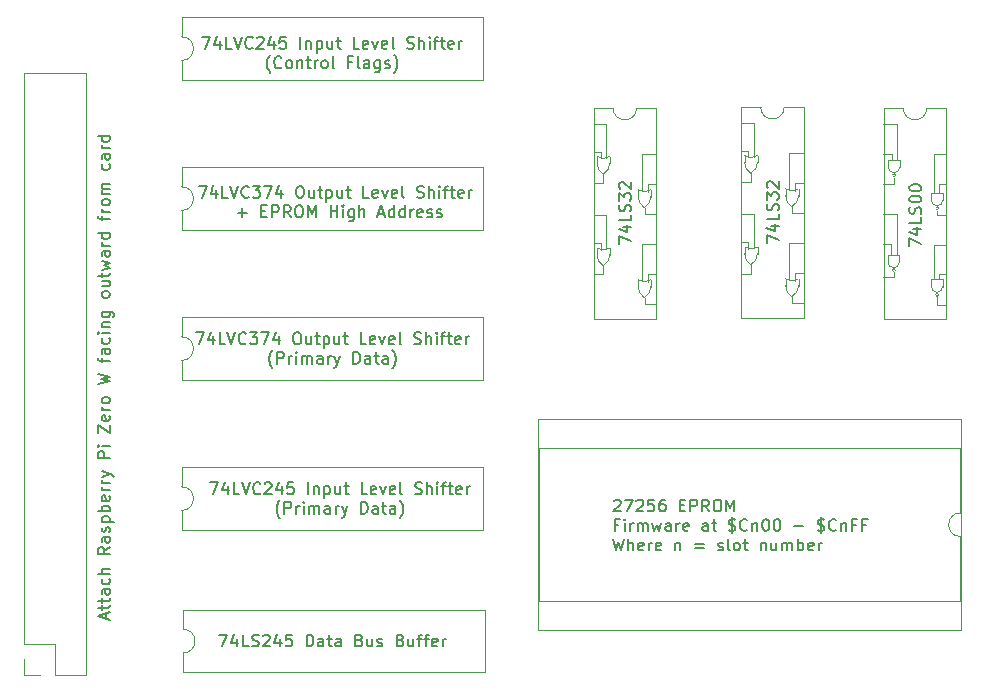
<source format=gbr>
G04 #@! TF.GenerationSoftware,KiCad,Pcbnew,(5.0.2)-1*
G04 #@! TF.CreationDate,2021-01-10T23:41:09-05:00*
G04 #@! TF.ProjectId,Apple2IORPi,4170706c-6532-4494-9f52-50692e6b6963,0.4*
G04 #@! TF.SameCoordinates,Original*
G04 #@! TF.FileFunction,Legend,Top*
G04 #@! TF.FilePolarity,Positive*
%FSLAX46Y46*%
G04 Gerber Fmt 4.6, Leading zero omitted, Abs format (unit mm)*
G04 Created by KiCad (PCBNEW (5.0.2)-1) date 2021-01-10 23:41:09*
%MOMM*%
%LPD*%
G01*
G04 APERTURE LIST*
%ADD10C,0.150000*%
%ADD11C,0.120000*%
G04 APERTURE END LIST*
D10*
X124253409Y-47903380D02*
X124920076Y-47903380D01*
X124491504Y-48903380D01*
X125729599Y-48236714D02*
X125729599Y-48903380D01*
X125491504Y-47855761D02*
X125253409Y-48570047D01*
X125872457Y-48570047D01*
X126729599Y-48903380D02*
X126253409Y-48903380D01*
X126253409Y-47903380D01*
X126920076Y-47903380D02*
X127253409Y-48903380D01*
X127586742Y-47903380D01*
X128491504Y-48808142D02*
X128443885Y-48855761D01*
X128301028Y-48903380D01*
X128205790Y-48903380D01*
X128062933Y-48855761D01*
X127967695Y-48760523D01*
X127920076Y-48665285D01*
X127872457Y-48474809D01*
X127872457Y-48331952D01*
X127920076Y-48141476D01*
X127967695Y-48046238D01*
X128062933Y-47951000D01*
X128205790Y-47903380D01*
X128301028Y-47903380D01*
X128443885Y-47951000D01*
X128491504Y-47998619D01*
X128872457Y-47998619D02*
X128920076Y-47951000D01*
X129015314Y-47903380D01*
X129253409Y-47903380D01*
X129348647Y-47951000D01*
X129396266Y-47998619D01*
X129443885Y-48093857D01*
X129443885Y-48189095D01*
X129396266Y-48331952D01*
X128824838Y-48903380D01*
X129443885Y-48903380D01*
X130301028Y-48236714D02*
X130301028Y-48903380D01*
X130062933Y-47855761D02*
X129824838Y-48570047D01*
X130443885Y-48570047D01*
X131301028Y-47903380D02*
X130824838Y-47903380D01*
X130777219Y-48379571D01*
X130824838Y-48331952D01*
X130920076Y-48284333D01*
X131158171Y-48284333D01*
X131253409Y-48331952D01*
X131301028Y-48379571D01*
X131348647Y-48474809D01*
X131348647Y-48712904D01*
X131301028Y-48808142D01*
X131253409Y-48855761D01*
X131158171Y-48903380D01*
X130920076Y-48903380D01*
X130824838Y-48855761D01*
X130777219Y-48808142D01*
X132539123Y-48903380D02*
X132539123Y-47903380D01*
X133015314Y-48236714D02*
X133015314Y-48903380D01*
X133015314Y-48331952D02*
X133062933Y-48284333D01*
X133158171Y-48236714D01*
X133301028Y-48236714D01*
X133396266Y-48284333D01*
X133443885Y-48379571D01*
X133443885Y-48903380D01*
X133920076Y-48236714D02*
X133920076Y-49236714D01*
X133920076Y-48284333D02*
X134015314Y-48236714D01*
X134205790Y-48236714D01*
X134301028Y-48284333D01*
X134348647Y-48331952D01*
X134396266Y-48427190D01*
X134396266Y-48712904D01*
X134348647Y-48808142D01*
X134301028Y-48855761D01*
X134205790Y-48903380D01*
X134015314Y-48903380D01*
X133920076Y-48855761D01*
X135253409Y-48236714D02*
X135253409Y-48903380D01*
X134824838Y-48236714D02*
X134824838Y-48760523D01*
X134872457Y-48855761D01*
X134967695Y-48903380D01*
X135110552Y-48903380D01*
X135205790Y-48855761D01*
X135253409Y-48808142D01*
X135586742Y-48236714D02*
X135967695Y-48236714D01*
X135729600Y-47903380D02*
X135729600Y-48760523D01*
X135777219Y-48855761D01*
X135872457Y-48903380D01*
X135967695Y-48903380D01*
X137539123Y-48903380D02*
X137062933Y-48903380D01*
X137062933Y-47903380D01*
X138253409Y-48855761D02*
X138158171Y-48903380D01*
X137967695Y-48903380D01*
X137872457Y-48855761D01*
X137824838Y-48760523D01*
X137824838Y-48379571D01*
X137872457Y-48284333D01*
X137967695Y-48236714D01*
X138158171Y-48236714D01*
X138253409Y-48284333D01*
X138301028Y-48379571D01*
X138301028Y-48474809D01*
X137824838Y-48570047D01*
X138634361Y-48236714D02*
X138872457Y-48903380D01*
X139110552Y-48236714D01*
X139872457Y-48855761D02*
X139777219Y-48903380D01*
X139586742Y-48903380D01*
X139491504Y-48855761D01*
X139443885Y-48760523D01*
X139443885Y-48379571D01*
X139491504Y-48284333D01*
X139586742Y-48236714D01*
X139777219Y-48236714D01*
X139872457Y-48284333D01*
X139920076Y-48379571D01*
X139920076Y-48474809D01*
X139443885Y-48570047D01*
X140491504Y-48903380D02*
X140396266Y-48855761D01*
X140348647Y-48760523D01*
X140348647Y-47903380D01*
X141586742Y-48855761D02*
X141729600Y-48903380D01*
X141967695Y-48903380D01*
X142062933Y-48855761D01*
X142110552Y-48808142D01*
X142158171Y-48712904D01*
X142158171Y-48617666D01*
X142110552Y-48522428D01*
X142062933Y-48474809D01*
X141967695Y-48427190D01*
X141777219Y-48379571D01*
X141681980Y-48331952D01*
X141634361Y-48284333D01*
X141586742Y-48189095D01*
X141586742Y-48093857D01*
X141634361Y-47998619D01*
X141681980Y-47951000D01*
X141777219Y-47903380D01*
X142015314Y-47903380D01*
X142158171Y-47951000D01*
X142586742Y-48903380D02*
X142586742Y-47903380D01*
X143015314Y-48903380D02*
X143015314Y-48379571D01*
X142967695Y-48284333D01*
X142872457Y-48236714D01*
X142729600Y-48236714D01*
X142634361Y-48284333D01*
X142586742Y-48331952D01*
X143491504Y-48903380D02*
X143491504Y-48236714D01*
X143491504Y-47903380D02*
X143443885Y-47951000D01*
X143491504Y-47998619D01*
X143539123Y-47951000D01*
X143491504Y-47903380D01*
X143491504Y-47998619D01*
X143824838Y-48236714D02*
X144205790Y-48236714D01*
X143967695Y-48903380D02*
X143967695Y-48046238D01*
X144015314Y-47951000D01*
X144110552Y-47903380D01*
X144205790Y-47903380D01*
X144396266Y-48236714D02*
X144777219Y-48236714D01*
X144539123Y-47903380D02*
X144539123Y-48760523D01*
X144586742Y-48855761D01*
X144681980Y-48903380D01*
X144777219Y-48903380D01*
X145491504Y-48855761D02*
X145396266Y-48903380D01*
X145205790Y-48903380D01*
X145110552Y-48855761D01*
X145062933Y-48760523D01*
X145062933Y-48379571D01*
X145110552Y-48284333D01*
X145205790Y-48236714D01*
X145396266Y-48236714D01*
X145491504Y-48284333D01*
X145539123Y-48379571D01*
X145539123Y-48474809D01*
X145062933Y-48570047D01*
X145967695Y-48903380D02*
X145967695Y-48236714D01*
X145967695Y-48427190D02*
X146015314Y-48331952D01*
X146062933Y-48284333D01*
X146158171Y-48236714D01*
X146253409Y-48236714D01*
X129991504Y-50934333D02*
X129943885Y-50886714D01*
X129848647Y-50743857D01*
X129801028Y-50648619D01*
X129753409Y-50505761D01*
X129705790Y-50267666D01*
X129705790Y-50077190D01*
X129753409Y-49839095D01*
X129801028Y-49696238D01*
X129848647Y-49601000D01*
X129943885Y-49458142D01*
X129991504Y-49410523D01*
X130943885Y-50458142D02*
X130896266Y-50505761D01*
X130753409Y-50553380D01*
X130658171Y-50553380D01*
X130515314Y-50505761D01*
X130420076Y-50410523D01*
X130372457Y-50315285D01*
X130324838Y-50124809D01*
X130324838Y-49981952D01*
X130372457Y-49791476D01*
X130420076Y-49696238D01*
X130515314Y-49601000D01*
X130658171Y-49553380D01*
X130753409Y-49553380D01*
X130896266Y-49601000D01*
X130943885Y-49648619D01*
X131515314Y-50553380D02*
X131420076Y-50505761D01*
X131372457Y-50458142D01*
X131324838Y-50362904D01*
X131324838Y-50077190D01*
X131372457Y-49981952D01*
X131420076Y-49934333D01*
X131515314Y-49886714D01*
X131658171Y-49886714D01*
X131753409Y-49934333D01*
X131801028Y-49981952D01*
X131848647Y-50077190D01*
X131848647Y-50362904D01*
X131801028Y-50458142D01*
X131753409Y-50505761D01*
X131658171Y-50553380D01*
X131515314Y-50553380D01*
X132277219Y-49886714D02*
X132277219Y-50553380D01*
X132277219Y-49981952D02*
X132324838Y-49934333D01*
X132420076Y-49886714D01*
X132562933Y-49886714D01*
X132658171Y-49934333D01*
X132705790Y-50029571D01*
X132705790Y-50553380D01*
X133039123Y-49886714D02*
X133420076Y-49886714D01*
X133181980Y-49553380D02*
X133181980Y-50410523D01*
X133229600Y-50505761D01*
X133324838Y-50553380D01*
X133420076Y-50553380D01*
X133753409Y-50553380D02*
X133753409Y-49886714D01*
X133753409Y-50077190D02*
X133801028Y-49981952D01*
X133848647Y-49934333D01*
X133943885Y-49886714D01*
X134039123Y-49886714D01*
X134515314Y-50553380D02*
X134420076Y-50505761D01*
X134372457Y-50458142D01*
X134324838Y-50362904D01*
X134324838Y-50077190D01*
X134372457Y-49981952D01*
X134420076Y-49934333D01*
X134515314Y-49886714D01*
X134658171Y-49886714D01*
X134753409Y-49934333D01*
X134801028Y-49981952D01*
X134848647Y-50077190D01*
X134848647Y-50362904D01*
X134801028Y-50458142D01*
X134753409Y-50505761D01*
X134658171Y-50553380D01*
X134515314Y-50553380D01*
X135420076Y-50553380D02*
X135324838Y-50505761D01*
X135277219Y-50410523D01*
X135277219Y-49553380D01*
X136896266Y-50029571D02*
X136562933Y-50029571D01*
X136562933Y-50553380D02*
X136562933Y-49553380D01*
X137039123Y-49553380D01*
X137562933Y-50553380D02*
X137467695Y-50505761D01*
X137420076Y-50410523D01*
X137420076Y-49553380D01*
X138372457Y-50553380D02*
X138372457Y-50029571D01*
X138324838Y-49934333D01*
X138229600Y-49886714D01*
X138039123Y-49886714D01*
X137943885Y-49934333D01*
X138372457Y-50505761D02*
X138277219Y-50553380D01*
X138039123Y-50553380D01*
X137943885Y-50505761D01*
X137896266Y-50410523D01*
X137896266Y-50315285D01*
X137943885Y-50220047D01*
X138039123Y-50172428D01*
X138277219Y-50172428D01*
X138372457Y-50124809D01*
X139277219Y-49886714D02*
X139277219Y-50696238D01*
X139229600Y-50791476D01*
X139181980Y-50839095D01*
X139086742Y-50886714D01*
X138943885Y-50886714D01*
X138848647Y-50839095D01*
X139277219Y-50505761D02*
X139181980Y-50553380D01*
X138991504Y-50553380D01*
X138896266Y-50505761D01*
X138848647Y-50458142D01*
X138801028Y-50362904D01*
X138801028Y-50077190D01*
X138848647Y-49981952D01*
X138896266Y-49934333D01*
X138991504Y-49886714D01*
X139181980Y-49886714D01*
X139277219Y-49934333D01*
X139705790Y-50505761D02*
X139801028Y-50553380D01*
X139991504Y-50553380D01*
X140086742Y-50505761D01*
X140134361Y-50410523D01*
X140134361Y-50362904D01*
X140086742Y-50267666D01*
X139991504Y-50220047D01*
X139848647Y-50220047D01*
X139753409Y-50172428D01*
X139705790Y-50077190D01*
X139705790Y-50029571D01*
X139753409Y-49934333D01*
X139848647Y-49886714D01*
X139991504Y-49886714D01*
X140086742Y-49934333D01*
X140467695Y-50934333D02*
X140515314Y-50886714D01*
X140610552Y-50743857D01*
X140658171Y-50648619D01*
X140705790Y-50505761D01*
X140753409Y-50267666D01*
X140753409Y-50077190D01*
X140705790Y-49839095D01*
X140658171Y-49696238D01*
X140610552Y-49601000D01*
X140515314Y-49458142D01*
X140467695Y-49410523D01*
X123936028Y-60527180D02*
X124602695Y-60527180D01*
X124174123Y-61527180D01*
X125412219Y-60860514D02*
X125412219Y-61527180D01*
X125174123Y-60479561D02*
X124936028Y-61193847D01*
X125555076Y-61193847D01*
X126412219Y-61527180D02*
X125936028Y-61527180D01*
X125936028Y-60527180D01*
X126602695Y-60527180D02*
X126936028Y-61527180D01*
X127269361Y-60527180D01*
X128174123Y-61431942D02*
X128126504Y-61479561D01*
X127983647Y-61527180D01*
X127888409Y-61527180D01*
X127745552Y-61479561D01*
X127650314Y-61384323D01*
X127602695Y-61289085D01*
X127555076Y-61098609D01*
X127555076Y-60955752D01*
X127602695Y-60765276D01*
X127650314Y-60670038D01*
X127745552Y-60574800D01*
X127888409Y-60527180D01*
X127983647Y-60527180D01*
X128126504Y-60574800D01*
X128174123Y-60622419D01*
X128507457Y-60527180D02*
X129126504Y-60527180D01*
X128793171Y-60908133D01*
X128936028Y-60908133D01*
X129031266Y-60955752D01*
X129078885Y-61003371D01*
X129126504Y-61098609D01*
X129126504Y-61336704D01*
X129078885Y-61431942D01*
X129031266Y-61479561D01*
X128936028Y-61527180D01*
X128650314Y-61527180D01*
X128555076Y-61479561D01*
X128507457Y-61431942D01*
X129459838Y-60527180D02*
X130126504Y-60527180D01*
X129697933Y-61527180D01*
X130936028Y-60860514D02*
X130936028Y-61527180D01*
X130697933Y-60479561D02*
X130459838Y-61193847D01*
X131078885Y-61193847D01*
X132412219Y-60527180D02*
X132602695Y-60527180D01*
X132697933Y-60574800D01*
X132793171Y-60670038D01*
X132840790Y-60860514D01*
X132840790Y-61193847D01*
X132793171Y-61384323D01*
X132697933Y-61479561D01*
X132602695Y-61527180D01*
X132412219Y-61527180D01*
X132316980Y-61479561D01*
X132221742Y-61384323D01*
X132174123Y-61193847D01*
X132174123Y-60860514D01*
X132221742Y-60670038D01*
X132316980Y-60574800D01*
X132412219Y-60527180D01*
X133697933Y-60860514D02*
X133697933Y-61527180D01*
X133269361Y-60860514D02*
X133269361Y-61384323D01*
X133316980Y-61479561D01*
X133412219Y-61527180D01*
X133555076Y-61527180D01*
X133650314Y-61479561D01*
X133697933Y-61431942D01*
X134031266Y-60860514D02*
X134412219Y-60860514D01*
X134174123Y-60527180D02*
X134174123Y-61384323D01*
X134221742Y-61479561D01*
X134316980Y-61527180D01*
X134412219Y-61527180D01*
X134745552Y-60860514D02*
X134745552Y-61860514D01*
X134745552Y-60908133D02*
X134840790Y-60860514D01*
X135031266Y-60860514D01*
X135126504Y-60908133D01*
X135174123Y-60955752D01*
X135221742Y-61050990D01*
X135221742Y-61336704D01*
X135174123Y-61431942D01*
X135126504Y-61479561D01*
X135031266Y-61527180D01*
X134840790Y-61527180D01*
X134745552Y-61479561D01*
X136078885Y-60860514D02*
X136078885Y-61527180D01*
X135650314Y-60860514D02*
X135650314Y-61384323D01*
X135697933Y-61479561D01*
X135793171Y-61527180D01*
X135936028Y-61527180D01*
X136031266Y-61479561D01*
X136078885Y-61431942D01*
X136412219Y-60860514D02*
X136793171Y-60860514D01*
X136555076Y-60527180D02*
X136555076Y-61384323D01*
X136602695Y-61479561D01*
X136697933Y-61527180D01*
X136793171Y-61527180D01*
X138364600Y-61527180D02*
X137888409Y-61527180D01*
X137888409Y-60527180D01*
X139078885Y-61479561D02*
X138983647Y-61527180D01*
X138793171Y-61527180D01*
X138697933Y-61479561D01*
X138650314Y-61384323D01*
X138650314Y-61003371D01*
X138697933Y-60908133D01*
X138793171Y-60860514D01*
X138983647Y-60860514D01*
X139078885Y-60908133D01*
X139126504Y-61003371D01*
X139126504Y-61098609D01*
X138650314Y-61193847D01*
X139459838Y-60860514D02*
X139697933Y-61527180D01*
X139936028Y-60860514D01*
X140697933Y-61479561D02*
X140602695Y-61527180D01*
X140412219Y-61527180D01*
X140316980Y-61479561D01*
X140269361Y-61384323D01*
X140269361Y-61003371D01*
X140316980Y-60908133D01*
X140412219Y-60860514D01*
X140602695Y-60860514D01*
X140697933Y-60908133D01*
X140745552Y-61003371D01*
X140745552Y-61098609D01*
X140269361Y-61193847D01*
X141316980Y-61527180D02*
X141221742Y-61479561D01*
X141174123Y-61384323D01*
X141174123Y-60527180D01*
X142412219Y-61479561D02*
X142555076Y-61527180D01*
X142793171Y-61527180D01*
X142888409Y-61479561D01*
X142936028Y-61431942D01*
X142983647Y-61336704D01*
X142983647Y-61241466D01*
X142936028Y-61146228D01*
X142888409Y-61098609D01*
X142793171Y-61050990D01*
X142602695Y-61003371D01*
X142507457Y-60955752D01*
X142459838Y-60908133D01*
X142412219Y-60812895D01*
X142412219Y-60717657D01*
X142459838Y-60622419D01*
X142507457Y-60574800D01*
X142602695Y-60527180D01*
X142840790Y-60527180D01*
X142983647Y-60574800D01*
X143412219Y-61527180D02*
X143412219Y-60527180D01*
X143840790Y-61527180D02*
X143840790Y-61003371D01*
X143793171Y-60908133D01*
X143697933Y-60860514D01*
X143555076Y-60860514D01*
X143459838Y-60908133D01*
X143412219Y-60955752D01*
X144316980Y-61527180D02*
X144316980Y-60860514D01*
X144316980Y-60527180D02*
X144269361Y-60574800D01*
X144316980Y-60622419D01*
X144364599Y-60574800D01*
X144316980Y-60527180D01*
X144316980Y-60622419D01*
X144650314Y-60860514D02*
X145031266Y-60860514D01*
X144793171Y-61527180D02*
X144793171Y-60670038D01*
X144840790Y-60574800D01*
X144936028Y-60527180D01*
X145031266Y-60527180D01*
X145221742Y-60860514D02*
X145602695Y-60860514D01*
X145364599Y-60527180D02*
X145364599Y-61384323D01*
X145412219Y-61479561D01*
X145507457Y-61527180D01*
X145602695Y-61527180D01*
X146316980Y-61479561D02*
X146221742Y-61527180D01*
X146031266Y-61527180D01*
X145936028Y-61479561D01*
X145888409Y-61384323D01*
X145888409Y-61003371D01*
X145936028Y-60908133D01*
X146031266Y-60860514D01*
X146221742Y-60860514D01*
X146316980Y-60908133D01*
X146364599Y-61003371D01*
X146364599Y-61098609D01*
X145888409Y-61193847D01*
X146793171Y-61527180D02*
X146793171Y-60860514D01*
X146793171Y-61050990D02*
X146840790Y-60955752D01*
X146888409Y-60908133D01*
X146983647Y-60860514D01*
X147078885Y-60860514D01*
X127245552Y-62796228D02*
X128007457Y-62796228D01*
X127626504Y-63177180D02*
X127626504Y-62415276D01*
X129245552Y-62653371D02*
X129578885Y-62653371D01*
X129721742Y-63177180D02*
X129245552Y-63177180D01*
X129245552Y-62177180D01*
X129721742Y-62177180D01*
X130150314Y-63177180D02*
X130150314Y-62177180D01*
X130531266Y-62177180D01*
X130626504Y-62224800D01*
X130674123Y-62272419D01*
X130721742Y-62367657D01*
X130721742Y-62510514D01*
X130674123Y-62605752D01*
X130626504Y-62653371D01*
X130531266Y-62700990D01*
X130150314Y-62700990D01*
X131721742Y-63177180D02*
X131388409Y-62700990D01*
X131150314Y-63177180D02*
X131150314Y-62177180D01*
X131531266Y-62177180D01*
X131626504Y-62224800D01*
X131674123Y-62272419D01*
X131721742Y-62367657D01*
X131721742Y-62510514D01*
X131674123Y-62605752D01*
X131626504Y-62653371D01*
X131531266Y-62700990D01*
X131150314Y-62700990D01*
X132340790Y-62177180D02*
X132531266Y-62177180D01*
X132626504Y-62224800D01*
X132721742Y-62320038D01*
X132769361Y-62510514D01*
X132769361Y-62843847D01*
X132721742Y-63034323D01*
X132626504Y-63129561D01*
X132531266Y-63177180D01*
X132340790Y-63177180D01*
X132245552Y-63129561D01*
X132150314Y-63034323D01*
X132102695Y-62843847D01*
X132102695Y-62510514D01*
X132150314Y-62320038D01*
X132245552Y-62224800D01*
X132340790Y-62177180D01*
X133197933Y-63177180D02*
X133197933Y-62177180D01*
X133531266Y-62891466D01*
X133864599Y-62177180D01*
X133864599Y-63177180D01*
X135102695Y-63177180D02*
X135102695Y-62177180D01*
X135102695Y-62653371D02*
X135674123Y-62653371D01*
X135674123Y-63177180D02*
X135674123Y-62177180D01*
X136150314Y-63177180D02*
X136150314Y-62510514D01*
X136150314Y-62177180D02*
X136102695Y-62224800D01*
X136150314Y-62272419D01*
X136197933Y-62224800D01*
X136150314Y-62177180D01*
X136150314Y-62272419D01*
X137055076Y-62510514D02*
X137055076Y-63320038D01*
X137007457Y-63415276D01*
X136959838Y-63462895D01*
X136864600Y-63510514D01*
X136721742Y-63510514D01*
X136626504Y-63462895D01*
X137055076Y-63129561D02*
X136959838Y-63177180D01*
X136769361Y-63177180D01*
X136674123Y-63129561D01*
X136626504Y-63081942D01*
X136578885Y-62986704D01*
X136578885Y-62700990D01*
X136626504Y-62605752D01*
X136674123Y-62558133D01*
X136769361Y-62510514D01*
X136959838Y-62510514D01*
X137055076Y-62558133D01*
X137531266Y-63177180D02*
X137531266Y-62177180D01*
X137959838Y-63177180D02*
X137959838Y-62653371D01*
X137912219Y-62558133D01*
X137816980Y-62510514D01*
X137674123Y-62510514D01*
X137578885Y-62558133D01*
X137531266Y-62605752D01*
X139150314Y-62891466D02*
X139626504Y-62891466D01*
X139055076Y-63177180D02*
X139388409Y-62177180D01*
X139721742Y-63177180D01*
X140483647Y-63177180D02*
X140483647Y-62177180D01*
X140483647Y-63129561D02*
X140388409Y-63177180D01*
X140197933Y-63177180D01*
X140102695Y-63129561D01*
X140055076Y-63081942D01*
X140007457Y-62986704D01*
X140007457Y-62700990D01*
X140055076Y-62605752D01*
X140102695Y-62558133D01*
X140197933Y-62510514D01*
X140388409Y-62510514D01*
X140483647Y-62558133D01*
X141388409Y-63177180D02*
X141388409Y-62177180D01*
X141388409Y-63129561D02*
X141293171Y-63177180D01*
X141102695Y-63177180D01*
X141007457Y-63129561D01*
X140959838Y-63081942D01*
X140912219Y-62986704D01*
X140912219Y-62700990D01*
X140959838Y-62605752D01*
X141007457Y-62558133D01*
X141102695Y-62510514D01*
X141293171Y-62510514D01*
X141388409Y-62558133D01*
X141864600Y-63177180D02*
X141864600Y-62510514D01*
X141864600Y-62700990D02*
X141912219Y-62605752D01*
X141959838Y-62558133D01*
X142055076Y-62510514D01*
X142150314Y-62510514D01*
X142864600Y-63129561D02*
X142769361Y-63177180D01*
X142578885Y-63177180D01*
X142483647Y-63129561D01*
X142436028Y-63034323D01*
X142436028Y-62653371D01*
X142483647Y-62558133D01*
X142578885Y-62510514D01*
X142769361Y-62510514D01*
X142864600Y-62558133D01*
X142912219Y-62653371D01*
X142912219Y-62748609D01*
X142436028Y-62843847D01*
X143293171Y-63129561D02*
X143388409Y-63177180D01*
X143578885Y-63177180D01*
X143674123Y-63129561D01*
X143721742Y-63034323D01*
X143721742Y-62986704D01*
X143674123Y-62891466D01*
X143578885Y-62843847D01*
X143436028Y-62843847D01*
X143340790Y-62796228D01*
X143293171Y-62700990D01*
X143293171Y-62653371D01*
X143340790Y-62558133D01*
X143436028Y-62510514D01*
X143578885Y-62510514D01*
X143674123Y-62558133D01*
X144102695Y-63129561D02*
X144197933Y-63177180D01*
X144388409Y-63177180D01*
X144483647Y-63129561D01*
X144531266Y-63034323D01*
X144531266Y-62986704D01*
X144483647Y-62891466D01*
X144388409Y-62843847D01*
X144245552Y-62843847D01*
X144150314Y-62796228D01*
X144102695Y-62700990D01*
X144102695Y-62653371D01*
X144150314Y-62558133D01*
X144245552Y-62510514D01*
X144388409Y-62510514D01*
X144483647Y-62558133D01*
X123707380Y-72922380D02*
X124374047Y-72922380D01*
X123945476Y-73922380D01*
X125183571Y-73255714D02*
X125183571Y-73922380D01*
X124945476Y-72874761D02*
X124707380Y-73589047D01*
X125326428Y-73589047D01*
X126183571Y-73922380D02*
X125707380Y-73922380D01*
X125707380Y-72922380D01*
X126374047Y-72922380D02*
X126707380Y-73922380D01*
X127040714Y-72922380D01*
X127945476Y-73827142D02*
X127897857Y-73874761D01*
X127755000Y-73922380D01*
X127659761Y-73922380D01*
X127516904Y-73874761D01*
X127421666Y-73779523D01*
X127374047Y-73684285D01*
X127326428Y-73493809D01*
X127326428Y-73350952D01*
X127374047Y-73160476D01*
X127421666Y-73065238D01*
X127516904Y-72970000D01*
X127659761Y-72922380D01*
X127755000Y-72922380D01*
X127897857Y-72970000D01*
X127945476Y-73017619D01*
X128278809Y-72922380D02*
X128897857Y-72922380D01*
X128564523Y-73303333D01*
X128707380Y-73303333D01*
X128802619Y-73350952D01*
X128850238Y-73398571D01*
X128897857Y-73493809D01*
X128897857Y-73731904D01*
X128850238Y-73827142D01*
X128802619Y-73874761D01*
X128707380Y-73922380D01*
X128421666Y-73922380D01*
X128326428Y-73874761D01*
X128278809Y-73827142D01*
X129231190Y-72922380D02*
X129897857Y-72922380D01*
X129469285Y-73922380D01*
X130707380Y-73255714D02*
X130707380Y-73922380D01*
X130469285Y-72874761D02*
X130231190Y-73589047D01*
X130850238Y-73589047D01*
X132183571Y-72922380D02*
X132374047Y-72922380D01*
X132469285Y-72970000D01*
X132564523Y-73065238D01*
X132612142Y-73255714D01*
X132612142Y-73589047D01*
X132564523Y-73779523D01*
X132469285Y-73874761D01*
X132374047Y-73922380D01*
X132183571Y-73922380D01*
X132088333Y-73874761D01*
X131993095Y-73779523D01*
X131945476Y-73589047D01*
X131945476Y-73255714D01*
X131993095Y-73065238D01*
X132088333Y-72970000D01*
X132183571Y-72922380D01*
X133469285Y-73255714D02*
X133469285Y-73922380D01*
X133040714Y-73255714D02*
X133040714Y-73779523D01*
X133088333Y-73874761D01*
X133183571Y-73922380D01*
X133326428Y-73922380D01*
X133421666Y-73874761D01*
X133469285Y-73827142D01*
X133802619Y-73255714D02*
X134183571Y-73255714D01*
X133945476Y-72922380D02*
X133945476Y-73779523D01*
X133993095Y-73874761D01*
X134088333Y-73922380D01*
X134183571Y-73922380D01*
X134516904Y-73255714D02*
X134516904Y-74255714D01*
X134516904Y-73303333D02*
X134612142Y-73255714D01*
X134802619Y-73255714D01*
X134897857Y-73303333D01*
X134945476Y-73350952D01*
X134993095Y-73446190D01*
X134993095Y-73731904D01*
X134945476Y-73827142D01*
X134897857Y-73874761D01*
X134802619Y-73922380D01*
X134612142Y-73922380D01*
X134516904Y-73874761D01*
X135850238Y-73255714D02*
X135850238Y-73922380D01*
X135421666Y-73255714D02*
X135421666Y-73779523D01*
X135469285Y-73874761D01*
X135564523Y-73922380D01*
X135707380Y-73922380D01*
X135802619Y-73874761D01*
X135850238Y-73827142D01*
X136183571Y-73255714D02*
X136564523Y-73255714D01*
X136326428Y-72922380D02*
X136326428Y-73779523D01*
X136374047Y-73874761D01*
X136469285Y-73922380D01*
X136564523Y-73922380D01*
X138135952Y-73922380D02*
X137659761Y-73922380D01*
X137659761Y-72922380D01*
X138850238Y-73874761D02*
X138755000Y-73922380D01*
X138564523Y-73922380D01*
X138469285Y-73874761D01*
X138421666Y-73779523D01*
X138421666Y-73398571D01*
X138469285Y-73303333D01*
X138564523Y-73255714D01*
X138755000Y-73255714D01*
X138850238Y-73303333D01*
X138897857Y-73398571D01*
X138897857Y-73493809D01*
X138421666Y-73589047D01*
X139231190Y-73255714D02*
X139469285Y-73922380D01*
X139707380Y-73255714D01*
X140469285Y-73874761D02*
X140374047Y-73922380D01*
X140183571Y-73922380D01*
X140088333Y-73874761D01*
X140040714Y-73779523D01*
X140040714Y-73398571D01*
X140088333Y-73303333D01*
X140183571Y-73255714D01*
X140374047Y-73255714D01*
X140469285Y-73303333D01*
X140516904Y-73398571D01*
X140516904Y-73493809D01*
X140040714Y-73589047D01*
X141088333Y-73922380D02*
X140993095Y-73874761D01*
X140945476Y-73779523D01*
X140945476Y-72922380D01*
X142183571Y-73874761D02*
X142326428Y-73922380D01*
X142564523Y-73922380D01*
X142659761Y-73874761D01*
X142707380Y-73827142D01*
X142755000Y-73731904D01*
X142755000Y-73636666D01*
X142707380Y-73541428D01*
X142659761Y-73493809D01*
X142564523Y-73446190D01*
X142374047Y-73398571D01*
X142278809Y-73350952D01*
X142231190Y-73303333D01*
X142183571Y-73208095D01*
X142183571Y-73112857D01*
X142231190Y-73017619D01*
X142278809Y-72970000D01*
X142374047Y-72922380D01*
X142612142Y-72922380D01*
X142755000Y-72970000D01*
X143183571Y-73922380D02*
X143183571Y-72922380D01*
X143612142Y-73922380D02*
X143612142Y-73398571D01*
X143564523Y-73303333D01*
X143469285Y-73255714D01*
X143326428Y-73255714D01*
X143231190Y-73303333D01*
X143183571Y-73350952D01*
X144088333Y-73922380D02*
X144088333Y-73255714D01*
X144088333Y-72922380D02*
X144040714Y-72970000D01*
X144088333Y-73017619D01*
X144135952Y-72970000D01*
X144088333Y-72922380D01*
X144088333Y-73017619D01*
X144421666Y-73255714D02*
X144802619Y-73255714D01*
X144564523Y-73922380D02*
X144564523Y-73065238D01*
X144612142Y-72970000D01*
X144707380Y-72922380D01*
X144802619Y-72922380D01*
X144993095Y-73255714D02*
X145374047Y-73255714D01*
X145135952Y-72922380D02*
X145135952Y-73779523D01*
X145183571Y-73874761D01*
X145278809Y-73922380D01*
X145374047Y-73922380D01*
X146088333Y-73874761D02*
X145993095Y-73922380D01*
X145802619Y-73922380D01*
X145707380Y-73874761D01*
X145659761Y-73779523D01*
X145659761Y-73398571D01*
X145707380Y-73303333D01*
X145802619Y-73255714D01*
X145993095Y-73255714D01*
X146088333Y-73303333D01*
X146135952Y-73398571D01*
X146135952Y-73493809D01*
X145659761Y-73589047D01*
X146564523Y-73922380D02*
X146564523Y-73255714D01*
X146564523Y-73446190D02*
X146612142Y-73350952D01*
X146659761Y-73303333D01*
X146755000Y-73255714D01*
X146850238Y-73255714D01*
X130183571Y-75953333D02*
X130135952Y-75905714D01*
X130040714Y-75762857D01*
X129993095Y-75667619D01*
X129945476Y-75524761D01*
X129897857Y-75286666D01*
X129897857Y-75096190D01*
X129945476Y-74858095D01*
X129993095Y-74715238D01*
X130040714Y-74620000D01*
X130135952Y-74477142D01*
X130183571Y-74429523D01*
X130564523Y-75572380D02*
X130564523Y-74572380D01*
X130945476Y-74572380D01*
X131040714Y-74620000D01*
X131088333Y-74667619D01*
X131135952Y-74762857D01*
X131135952Y-74905714D01*
X131088333Y-75000952D01*
X131040714Y-75048571D01*
X130945476Y-75096190D01*
X130564523Y-75096190D01*
X131564523Y-75572380D02*
X131564523Y-74905714D01*
X131564523Y-75096190D02*
X131612142Y-75000952D01*
X131659761Y-74953333D01*
X131755000Y-74905714D01*
X131850238Y-74905714D01*
X132183571Y-75572380D02*
X132183571Y-74905714D01*
X132183571Y-74572380D02*
X132135952Y-74620000D01*
X132183571Y-74667619D01*
X132231190Y-74620000D01*
X132183571Y-74572380D01*
X132183571Y-74667619D01*
X132659761Y-75572380D02*
X132659761Y-74905714D01*
X132659761Y-75000952D02*
X132707380Y-74953333D01*
X132802619Y-74905714D01*
X132945476Y-74905714D01*
X133040714Y-74953333D01*
X133088333Y-75048571D01*
X133088333Y-75572380D01*
X133088333Y-75048571D02*
X133135952Y-74953333D01*
X133231190Y-74905714D01*
X133374047Y-74905714D01*
X133469285Y-74953333D01*
X133516904Y-75048571D01*
X133516904Y-75572380D01*
X134421666Y-75572380D02*
X134421666Y-75048571D01*
X134374047Y-74953333D01*
X134278809Y-74905714D01*
X134088333Y-74905714D01*
X133993095Y-74953333D01*
X134421666Y-75524761D02*
X134326428Y-75572380D01*
X134088333Y-75572380D01*
X133993095Y-75524761D01*
X133945476Y-75429523D01*
X133945476Y-75334285D01*
X133993095Y-75239047D01*
X134088333Y-75191428D01*
X134326428Y-75191428D01*
X134421666Y-75143809D01*
X134897857Y-75572380D02*
X134897857Y-74905714D01*
X134897857Y-75096190D02*
X134945476Y-75000952D01*
X134993095Y-74953333D01*
X135088333Y-74905714D01*
X135183571Y-74905714D01*
X135421666Y-74905714D02*
X135659761Y-75572380D01*
X135897857Y-74905714D02*
X135659761Y-75572380D01*
X135564523Y-75810476D01*
X135516904Y-75858095D01*
X135421666Y-75905714D01*
X137040714Y-75572380D02*
X137040714Y-74572380D01*
X137278809Y-74572380D01*
X137421666Y-74620000D01*
X137516904Y-74715238D01*
X137564523Y-74810476D01*
X137612142Y-75000952D01*
X137612142Y-75143809D01*
X137564523Y-75334285D01*
X137516904Y-75429523D01*
X137421666Y-75524761D01*
X137278809Y-75572380D01*
X137040714Y-75572380D01*
X138469285Y-75572380D02*
X138469285Y-75048571D01*
X138421666Y-74953333D01*
X138326428Y-74905714D01*
X138135952Y-74905714D01*
X138040714Y-74953333D01*
X138469285Y-75524761D02*
X138374047Y-75572380D01*
X138135952Y-75572380D01*
X138040714Y-75524761D01*
X137993095Y-75429523D01*
X137993095Y-75334285D01*
X138040714Y-75239047D01*
X138135952Y-75191428D01*
X138374047Y-75191428D01*
X138469285Y-75143809D01*
X138802619Y-74905714D02*
X139183571Y-74905714D01*
X138945476Y-74572380D02*
X138945476Y-75429523D01*
X138993095Y-75524761D01*
X139088333Y-75572380D01*
X139183571Y-75572380D01*
X139945476Y-75572380D02*
X139945476Y-75048571D01*
X139897857Y-74953333D01*
X139802619Y-74905714D01*
X139612142Y-74905714D01*
X139516904Y-74953333D01*
X139945476Y-75524761D02*
X139850238Y-75572380D01*
X139612142Y-75572380D01*
X139516904Y-75524761D01*
X139469285Y-75429523D01*
X139469285Y-75334285D01*
X139516904Y-75239047D01*
X139612142Y-75191428D01*
X139850238Y-75191428D01*
X139945476Y-75143809D01*
X140326428Y-75953333D02*
X140374047Y-75905714D01*
X140469285Y-75762857D01*
X140516904Y-75667619D01*
X140564523Y-75524761D01*
X140612142Y-75286666D01*
X140612142Y-75096190D01*
X140564523Y-74858095D01*
X140516904Y-74715238D01*
X140469285Y-74620000D01*
X140374047Y-74477142D01*
X140326428Y-74429523D01*
X124913809Y-85622380D02*
X125580476Y-85622380D01*
X125151904Y-86622380D01*
X126389999Y-85955714D02*
X126389999Y-86622380D01*
X126151904Y-85574761D02*
X125913809Y-86289047D01*
X126532857Y-86289047D01*
X127389999Y-86622380D02*
X126913809Y-86622380D01*
X126913809Y-85622380D01*
X127580476Y-85622380D02*
X127913809Y-86622380D01*
X128247142Y-85622380D01*
X129151904Y-86527142D02*
X129104285Y-86574761D01*
X128961428Y-86622380D01*
X128866190Y-86622380D01*
X128723333Y-86574761D01*
X128628095Y-86479523D01*
X128580476Y-86384285D01*
X128532857Y-86193809D01*
X128532857Y-86050952D01*
X128580476Y-85860476D01*
X128628095Y-85765238D01*
X128723333Y-85670000D01*
X128866190Y-85622380D01*
X128961428Y-85622380D01*
X129104285Y-85670000D01*
X129151904Y-85717619D01*
X129532857Y-85717619D02*
X129580476Y-85670000D01*
X129675714Y-85622380D01*
X129913809Y-85622380D01*
X130009047Y-85670000D01*
X130056666Y-85717619D01*
X130104285Y-85812857D01*
X130104285Y-85908095D01*
X130056666Y-86050952D01*
X129485238Y-86622380D01*
X130104285Y-86622380D01*
X130961428Y-85955714D02*
X130961428Y-86622380D01*
X130723333Y-85574761D02*
X130485238Y-86289047D01*
X131104285Y-86289047D01*
X131961428Y-85622380D02*
X131485238Y-85622380D01*
X131437619Y-86098571D01*
X131485238Y-86050952D01*
X131580476Y-86003333D01*
X131818571Y-86003333D01*
X131913809Y-86050952D01*
X131961428Y-86098571D01*
X132009047Y-86193809D01*
X132009047Y-86431904D01*
X131961428Y-86527142D01*
X131913809Y-86574761D01*
X131818571Y-86622380D01*
X131580476Y-86622380D01*
X131485238Y-86574761D01*
X131437619Y-86527142D01*
X133199523Y-86622380D02*
X133199523Y-85622380D01*
X133675714Y-85955714D02*
X133675714Y-86622380D01*
X133675714Y-86050952D02*
X133723333Y-86003333D01*
X133818571Y-85955714D01*
X133961428Y-85955714D01*
X134056666Y-86003333D01*
X134104285Y-86098571D01*
X134104285Y-86622380D01*
X134580476Y-85955714D02*
X134580476Y-86955714D01*
X134580476Y-86003333D02*
X134675714Y-85955714D01*
X134866190Y-85955714D01*
X134961428Y-86003333D01*
X135009047Y-86050952D01*
X135056666Y-86146190D01*
X135056666Y-86431904D01*
X135009047Y-86527142D01*
X134961428Y-86574761D01*
X134866190Y-86622380D01*
X134675714Y-86622380D01*
X134580476Y-86574761D01*
X135913809Y-85955714D02*
X135913809Y-86622380D01*
X135485238Y-85955714D02*
X135485238Y-86479523D01*
X135532857Y-86574761D01*
X135628095Y-86622380D01*
X135770952Y-86622380D01*
X135866190Y-86574761D01*
X135913809Y-86527142D01*
X136247142Y-85955714D02*
X136628095Y-85955714D01*
X136390000Y-85622380D02*
X136390000Y-86479523D01*
X136437619Y-86574761D01*
X136532857Y-86622380D01*
X136628095Y-86622380D01*
X138199523Y-86622380D02*
X137723333Y-86622380D01*
X137723333Y-85622380D01*
X138913809Y-86574761D02*
X138818571Y-86622380D01*
X138628095Y-86622380D01*
X138532857Y-86574761D01*
X138485238Y-86479523D01*
X138485238Y-86098571D01*
X138532857Y-86003333D01*
X138628095Y-85955714D01*
X138818571Y-85955714D01*
X138913809Y-86003333D01*
X138961428Y-86098571D01*
X138961428Y-86193809D01*
X138485238Y-86289047D01*
X139294761Y-85955714D02*
X139532857Y-86622380D01*
X139770952Y-85955714D01*
X140532857Y-86574761D02*
X140437619Y-86622380D01*
X140247142Y-86622380D01*
X140151904Y-86574761D01*
X140104285Y-86479523D01*
X140104285Y-86098571D01*
X140151904Y-86003333D01*
X140247142Y-85955714D01*
X140437619Y-85955714D01*
X140532857Y-86003333D01*
X140580476Y-86098571D01*
X140580476Y-86193809D01*
X140104285Y-86289047D01*
X141151904Y-86622380D02*
X141056666Y-86574761D01*
X141009047Y-86479523D01*
X141009047Y-85622380D01*
X142247142Y-86574761D02*
X142390000Y-86622380D01*
X142628095Y-86622380D01*
X142723333Y-86574761D01*
X142770952Y-86527142D01*
X142818571Y-86431904D01*
X142818571Y-86336666D01*
X142770952Y-86241428D01*
X142723333Y-86193809D01*
X142628095Y-86146190D01*
X142437619Y-86098571D01*
X142342380Y-86050952D01*
X142294761Y-86003333D01*
X142247142Y-85908095D01*
X142247142Y-85812857D01*
X142294761Y-85717619D01*
X142342380Y-85670000D01*
X142437619Y-85622380D01*
X142675714Y-85622380D01*
X142818571Y-85670000D01*
X143247142Y-86622380D02*
X143247142Y-85622380D01*
X143675714Y-86622380D02*
X143675714Y-86098571D01*
X143628095Y-86003333D01*
X143532857Y-85955714D01*
X143390000Y-85955714D01*
X143294761Y-86003333D01*
X143247142Y-86050952D01*
X144151904Y-86622380D02*
X144151904Y-85955714D01*
X144151904Y-85622380D02*
X144104285Y-85670000D01*
X144151904Y-85717619D01*
X144199523Y-85670000D01*
X144151904Y-85622380D01*
X144151904Y-85717619D01*
X144485238Y-85955714D02*
X144866190Y-85955714D01*
X144628095Y-86622380D02*
X144628095Y-85765238D01*
X144675714Y-85670000D01*
X144770952Y-85622380D01*
X144866190Y-85622380D01*
X145056666Y-85955714D02*
X145437619Y-85955714D01*
X145199523Y-85622380D02*
X145199523Y-86479523D01*
X145247142Y-86574761D01*
X145342380Y-86622380D01*
X145437619Y-86622380D01*
X146151904Y-86574761D02*
X146056666Y-86622380D01*
X145866190Y-86622380D01*
X145770952Y-86574761D01*
X145723333Y-86479523D01*
X145723333Y-86098571D01*
X145770952Y-86003333D01*
X145866190Y-85955714D01*
X146056666Y-85955714D01*
X146151904Y-86003333D01*
X146199523Y-86098571D01*
X146199523Y-86193809D01*
X145723333Y-86289047D01*
X146628095Y-86622380D02*
X146628095Y-85955714D01*
X146628095Y-86146190D02*
X146675714Y-86050952D01*
X146723333Y-86003333D01*
X146818571Y-85955714D01*
X146913809Y-85955714D01*
X130818571Y-88653333D02*
X130770952Y-88605714D01*
X130675714Y-88462857D01*
X130628095Y-88367619D01*
X130580476Y-88224761D01*
X130532857Y-87986666D01*
X130532857Y-87796190D01*
X130580476Y-87558095D01*
X130628095Y-87415238D01*
X130675714Y-87320000D01*
X130770952Y-87177142D01*
X130818571Y-87129523D01*
X131199523Y-88272380D02*
X131199523Y-87272380D01*
X131580476Y-87272380D01*
X131675714Y-87320000D01*
X131723333Y-87367619D01*
X131770952Y-87462857D01*
X131770952Y-87605714D01*
X131723333Y-87700952D01*
X131675714Y-87748571D01*
X131580476Y-87796190D01*
X131199523Y-87796190D01*
X132199523Y-88272380D02*
X132199523Y-87605714D01*
X132199523Y-87796190D02*
X132247142Y-87700952D01*
X132294761Y-87653333D01*
X132390000Y-87605714D01*
X132485238Y-87605714D01*
X132818571Y-88272380D02*
X132818571Y-87605714D01*
X132818571Y-87272380D02*
X132770952Y-87320000D01*
X132818571Y-87367619D01*
X132866190Y-87320000D01*
X132818571Y-87272380D01*
X132818571Y-87367619D01*
X133294761Y-88272380D02*
X133294761Y-87605714D01*
X133294761Y-87700952D02*
X133342380Y-87653333D01*
X133437619Y-87605714D01*
X133580476Y-87605714D01*
X133675714Y-87653333D01*
X133723333Y-87748571D01*
X133723333Y-88272380D01*
X133723333Y-87748571D02*
X133770952Y-87653333D01*
X133866190Y-87605714D01*
X134009047Y-87605714D01*
X134104285Y-87653333D01*
X134151904Y-87748571D01*
X134151904Y-88272380D01*
X135056666Y-88272380D02*
X135056666Y-87748571D01*
X135009047Y-87653333D01*
X134913809Y-87605714D01*
X134723333Y-87605714D01*
X134628095Y-87653333D01*
X135056666Y-88224761D02*
X134961428Y-88272380D01*
X134723333Y-88272380D01*
X134628095Y-88224761D01*
X134580476Y-88129523D01*
X134580476Y-88034285D01*
X134628095Y-87939047D01*
X134723333Y-87891428D01*
X134961428Y-87891428D01*
X135056666Y-87843809D01*
X135532857Y-88272380D02*
X135532857Y-87605714D01*
X135532857Y-87796190D02*
X135580476Y-87700952D01*
X135628095Y-87653333D01*
X135723333Y-87605714D01*
X135818571Y-87605714D01*
X136056666Y-87605714D02*
X136294761Y-88272380D01*
X136532857Y-87605714D02*
X136294761Y-88272380D01*
X136199523Y-88510476D01*
X136151904Y-88558095D01*
X136056666Y-88605714D01*
X137675714Y-88272380D02*
X137675714Y-87272380D01*
X137913809Y-87272380D01*
X138056666Y-87320000D01*
X138151904Y-87415238D01*
X138199523Y-87510476D01*
X138247142Y-87700952D01*
X138247142Y-87843809D01*
X138199523Y-88034285D01*
X138151904Y-88129523D01*
X138056666Y-88224761D01*
X137913809Y-88272380D01*
X137675714Y-88272380D01*
X139104285Y-88272380D02*
X139104285Y-87748571D01*
X139056666Y-87653333D01*
X138961428Y-87605714D01*
X138770952Y-87605714D01*
X138675714Y-87653333D01*
X139104285Y-88224761D02*
X139009047Y-88272380D01*
X138770952Y-88272380D01*
X138675714Y-88224761D01*
X138628095Y-88129523D01*
X138628095Y-88034285D01*
X138675714Y-87939047D01*
X138770952Y-87891428D01*
X139009047Y-87891428D01*
X139104285Y-87843809D01*
X139437619Y-87605714D02*
X139818571Y-87605714D01*
X139580476Y-87272380D02*
X139580476Y-88129523D01*
X139628095Y-88224761D01*
X139723333Y-88272380D01*
X139818571Y-88272380D01*
X140580476Y-88272380D02*
X140580476Y-87748571D01*
X140532857Y-87653333D01*
X140437619Y-87605714D01*
X140247142Y-87605714D01*
X140151904Y-87653333D01*
X140580476Y-88224761D02*
X140485238Y-88272380D01*
X140247142Y-88272380D01*
X140151904Y-88224761D01*
X140104285Y-88129523D01*
X140104285Y-88034285D01*
X140151904Y-87939047D01*
X140247142Y-87891428D01*
X140485238Y-87891428D01*
X140580476Y-87843809D01*
X140961428Y-88653333D02*
X141009047Y-88605714D01*
X141104285Y-88462857D01*
X141151904Y-88367619D01*
X141199523Y-88224761D01*
X141247142Y-87986666D01*
X141247142Y-87796190D01*
X141199523Y-87558095D01*
X141151904Y-87415238D01*
X141104285Y-87320000D01*
X141009047Y-87177142D01*
X140961428Y-87129523D01*
X125683571Y-98512380D02*
X126350238Y-98512380D01*
X125921666Y-99512380D01*
X127159761Y-98845714D02*
X127159761Y-99512380D01*
X126921666Y-98464761D02*
X126683571Y-99179047D01*
X127302619Y-99179047D01*
X128159761Y-99512380D02*
X127683571Y-99512380D01*
X127683571Y-98512380D01*
X128445476Y-99464761D02*
X128588333Y-99512380D01*
X128826428Y-99512380D01*
X128921666Y-99464761D01*
X128969285Y-99417142D01*
X129016904Y-99321904D01*
X129016904Y-99226666D01*
X128969285Y-99131428D01*
X128921666Y-99083809D01*
X128826428Y-99036190D01*
X128635952Y-98988571D01*
X128540714Y-98940952D01*
X128493095Y-98893333D01*
X128445476Y-98798095D01*
X128445476Y-98702857D01*
X128493095Y-98607619D01*
X128540714Y-98560000D01*
X128635952Y-98512380D01*
X128874047Y-98512380D01*
X129016904Y-98560000D01*
X129397857Y-98607619D02*
X129445476Y-98560000D01*
X129540714Y-98512380D01*
X129778809Y-98512380D01*
X129874047Y-98560000D01*
X129921666Y-98607619D01*
X129969285Y-98702857D01*
X129969285Y-98798095D01*
X129921666Y-98940952D01*
X129350238Y-99512380D01*
X129969285Y-99512380D01*
X130826428Y-98845714D02*
X130826428Y-99512380D01*
X130588333Y-98464761D02*
X130350238Y-99179047D01*
X130969285Y-99179047D01*
X131826428Y-98512380D02*
X131350238Y-98512380D01*
X131302619Y-98988571D01*
X131350238Y-98940952D01*
X131445476Y-98893333D01*
X131683571Y-98893333D01*
X131778809Y-98940952D01*
X131826428Y-98988571D01*
X131874047Y-99083809D01*
X131874047Y-99321904D01*
X131826428Y-99417142D01*
X131778809Y-99464761D01*
X131683571Y-99512380D01*
X131445476Y-99512380D01*
X131350238Y-99464761D01*
X131302619Y-99417142D01*
X133064523Y-99512380D02*
X133064523Y-98512380D01*
X133302619Y-98512380D01*
X133445476Y-98560000D01*
X133540714Y-98655238D01*
X133588333Y-98750476D01*
X133635952Y-98940952D01*
X133635952Y-99083809D01*
X133588333Y-99274285D01*
X133540714Y-99369523D01*
X133445476Y-99464761D01*
X133302619Y-99512380D01*
X133064523Y-99512380D01*
X134493095Y-99512380D02*
X134493095Y-98988571D01*
X134445476Y-98893333D01*
X134350238Y-98845714D01*
X134159761Y-98845714D01*
X134064523Y-98893333D01*
X134493095Y-99464761D02*
X134397857Y-99512380D01*
X134159761Y-99512380D01*
X134064523Y-99464761D01*
X134016904Y-99369523D01*
X134016904Y-99274285D01*
X134064523Y-99179047D01*
X134159761Y-99131428D01*
X134397857Y-99131428D01*
X134493095Y-99083809D01*
X134826428Y-98845714D02*
X135207380Y-98845714D01*
X134969285Y-98512380D02*
X134969285Y-99369523D01*
X135016904Y-99464761D01*
X135112142Y-99512380D01*
X135207380Y-99512380D01*
X135969285Y-99512380D02*
X135969285Y-98988571D01*
X135921666Y-98893333D01*
X135826428Y-98845714D01*
X135635952Y-98845714D01*
X135540714Y-98893333D01*
X135969285Y-99464761D02*
X135874047Y-99512380D01*
X135635952Y-99512380D01*
X135540714Y-99464761D01*
X135493095Y-99369523D01*
X135493095Y-99274285D01*
X135540714Y-99179047D01*
X135635952Y-99131428D01*
X135874047Y-99131428D01*
X135969285Y-99083809D01*
X137540714Y-98988571D02*
X137683571Y-99036190D01*
X137731190Y-99083809D01*
X137778809Y-99179047D01*
X137778809Y-99321904D01*
X137731190Y-99417142D01*
X137683571Y-99464761D01*
X137588333Y-99512380D01*
X137207380Y-99512380D01*
X137207380Y-98512380D01*
X137540714Y-98512380D01*
X137635952Y-98560000D01*
X137683571Y-98607619D01*
X137731190Y-98702857D01*
X137731190Y-98798095D01*
X137683571Y-98893333D01*
X137635952Y-98940952D01*
X137540714Y-98988571D01*
X137207380Y-98988571D01*
X138635952Y-98845714D02*
X138635952Y-99512380D01*
X138207380Y-98845714D02*
X138207380Y-99369523D01*
X138255000Y-99464761D01*
X138350238Y-99512380D01*
X138493095Y-99512380D01*
X138588333Y-99464761D01*
X138635952Y-99417142D01*
X139064523Y-99464761D02*
X139159761Y-99512380D01*
X139350238Y-99512380D01*
X139445476Y-99464761D01*
X139493095Y-99369523D01*
X139493095Y-99321904D01*
X139445476Y-99226666D01*
X139350238Y-99179047D01*
X139207380Y-99179047D01*
X139112142Y-99131428D01*
X139064523Y-99036190D01*
X139064523Y-98988571D01*
X139112142Y-98893333D01*
X139207380Y-98845714D01*
X139350238Y-98845714D01*
X139445476Y-98893333D01*
X141016904Y-98988571D02*
X141159761Y-99036190D01*
X141207380Y-99083809D01*
X141255000Y-99179047D01*
X141255000Y-99321904D01*
X141207380Y-99417142D01*
X141159761Y-99464761D01*
X141064523Y-99512380D01*
X140683571Y-99512380D01*
X140683571Y-98512380D01*
X141016904Y-98512380D01*
X141112142Y-98560000D01*
X141159761Y-98607619D01*
X141207380Y-98702857D01*
X141207380Y-98798095D01*
X141159761Y-98893333D01*
X141112142Y-98940952D01*
X141016904Y-98988571D01*
X140683571Y-98988571D01*
X142112142Y-98845714D02*
X142112142Y-99512380D01*
X141683571Y-98845714D02*
X141683571Y-99369523D01*
X141731190Y-99464761D01*
X141826428Y-99512380D01*
X141969285Y-99512380D01*
X142064523Y-99464761D01*
X142112142Y-99417142D01*
X142445476Y-98845714D02*
X142826428Y-98845714D01*
X142588333Y-99512380D02*
X142588333Y-98655238D01*
X142635952Y-98560000D01*
X142731190Y-98512380D01*
X142826428Y-98512380D01*
X143016904Y-98845714D02*
X143397857Y-98845714D01*
X143159761Y-99512380D02*
X143159761Y-98655238D01*
X143207380Y-98560000D01*
X143302619Y-98512380D01*
X143397857Y-98512380D01*
X144112142Y-99464761D02*
X144016904Y-99512380D01*
X143826428Y-99512380D01*
X143731190Y-99464761D01*
X143683571Y-99369523D01*
X143683571Y-98988571D01*
X143731190Y-98893333D01*
X143826428Y-98845714D01*
X144016904Y-98845714D01*
X144112142Y-98893333D01*
X144159761Y-98988571D01*
X144159761Y-99083809D01*
X143683571Y-99179047D01*
X144588333Y-99512380D02*
X144588333Y-98845714D01*
X144588333Y-99036190D02*
X144635952Y-98940952D01*
X144683571Y-98893333D01*
X144778809Y-98845714D01*
X144874047Y-98845714D01*
X116117666Y-97160380D02*
X116117666Y-96684190D01*
X116403380Y-97255619D02*
X115403380Y-96922285D01*
X116403380Y-96588952D01*
X115736714Y-96398476D02*
X115736714Y-96017523D01*
X115403380Y-96255619D02*
X116260523Y-96255619D01*
X116355761Y-96208000D01*
X116403380Y-96112761D01*
X116403380Y-96017523D01*
X115736714Y-95827047D02*
X115736714Y-95446095D01*
X115403380Y-95684190D02*
X116260523Y-95684190D01*
X116355761Y-95636571D01*
X116403380Y-95541333D01*
X116403380Y-95446095D01*
X116403380Y-94684190D02*
X115879571Y-94684190D01*
X115784333Y-94731809D01*
X115736714Y-94827047D01*
X115736714Y-95017523D01*
X115784333Y-95112761D01*
X116355761Y-94684190D02*
X116403380Y-94779428D01*
X116403380Y-95017523D01*
X116355761Y-95112761D01*
X116260523Y-95160380D01*
X116165285Y-95160380D01*
X116070047Y-95112761D01*
X116022428Y-95017523D01*
X116022428Y-94779428D01*
X115974809Y-94684190D01*
X116355761Y-93779428D02*
X116403380Y-93874666D01*
X116403380Y-94065142D01*
X116355761Y-94160380D01*
X116308142Y-94208000D01*
X116212904Y-94255619D01*
X115927190Y-94255619D01*
X115831952Y-94208000D01*
X115784333Y-94160380D01*
X115736714Y-94065142D01*
X115736714Y-93874666D01*
X115784333Y-93779428D01*
X116403380Y-93350857D02*
X115403380Y-93350857D01*
X116403380Y-92922285D02*
X115879571Y-92922285D01*
X115784333Y-92969904D01*
X115736714Y-93065142D01*
X115736714Y-93208000D01*
X115784333Y-93303238D01*
X115831952Y-93350857D01*
X116403380Y-91112761D02*
X115927190Y-91446095D01*
X116403380Y-91684190D02*
X115403380Y-91684190D01*
X115403380Y-91303238D01*
X115451000Y-91208000D01*
X115498619Y-91160380D01*
X115593857Y-91112761D01*
X115736714Y-91112761D01*
X115831952Y-91160380D01*
X115879571Y-91208000D01*
X115927190Y-91303238D01*
X115927190Y-91684190D01*
X116403380Y-90255619D02*
X115879571Y-90255619D01*
X115784333Y-90303238D01*
X115736714Y-90398476D01*
X115736714Y-90588952D01*
X115784333Y-90684190D01*
X116355761Y-90255619D02*
X116403380Y-90350857D01*
X116403380Y-90588952D01*
X116355761Y-90684190D01*
X116260523Y-90731809D01*
X116165285Y-90731809D01*
X116070047Y-90684190D01*
X116022428Y-90588952D01*
X116022428Y-90350857D01*
X115974809Y-90255619D01*
X116355761Y-89827047D02*
X116403380Y-89731809D01*
X116403380Y-89541333D01*
X116355761Y-89446095D01*
X116260523Y-89398476D01*
X116212904Y-89398476D01*
X116117666Y-89446095D01*
X116070047Y-89541333D01*
X116070047Y-89684190D01*
X116022428Y-89779428D01*
X115927190Y-89827047D01*
X115879571Y-89827047D01*
X115784333Y-89779428D01*
X115736714Y-89684190D01*
X115736714Y-89541333D01*
X115784333Y-89446095D01*
X115736714Y-88969904D02*
X116736714Y-88969904D01*
X115784333Y-88969904D02*
X115736714Y-88874666D01*
X115736714Y-88684190D01*
X115784333Y-88588952D01*
X115831952Y-88541333D01*
X115927190Y-88493714D01*
X116212904Y-88493714D01*
X116308142Y-88541333D01*
X116355761Y-88588952D01*
X116403380Y-88684190D01*
X116403380Y-88874666D01*
X116355761Y-88969904D01*
X116403380Y-88065142D02*
X115403380Y-88065142D01*
X115784333Y-88065142D02*
X115736714Y-87969904D01*
X115736714Y-87779428D01*
X115784333Y-87684190D01*
X115831952Y-87636571D01*
X115927190Y-87588952D01*
X116212904Y-87588952D01*
X116308142Y-87636571D01*
X116355761Y-87684190D01*
X116403380Y-87779428D01*
X116403380Y-87969904D01*
X116355761Y-88065142D01*
X116355761Y-86779428D02*
X116403380Y-86874666D01*
X116403380Y-87065142D01*
X116355761Y-87160380D01*
X116260523Y-87208000D01*
X115879571Y-87208000D01*
X115784333Y-87160380D01*
X115736714Y-87065142D01*
X115736714Y-86874666D01*
X115784333Y-86779428D01*
X115879571Y-86731809D01*
X115974809Y-86731809D01*
X116070047Y-87208000D01*
X116403380Y-86303238D02*
X115736714Y-86303238D01*
X115927190Y-86303238D02*
X115831952Y-86255619D01*
X115784333Y-86208000D01*
X115736714Y-86112761D01*
X115736714Y-86017523D01*
X116403380Y-85684190D02*
X115736714Y-85684190D01*
X115927190Y-85684190D02*
X115831952Y-85636571D01*
X115784333Y-85588952D01*
X115736714Y-85493714D01*
X115736714Y-85398476D01*
X115736714Y-85160380D02*
X116403380Y-84922285D01*
X115736714Y-84684190D02*
X116403380Y-84922285D01*
X116641476Y-85017523D01*
X116689095Y-85065142D01*
X116736714Y-85160380D01*
X116403380Y-83541333D02*
X115403380Y-83541333D01*
X115403380Y-83160380D01*
X115451000Y-83065142D01*
X115498619Y-83017523D01*
X115593857Y-82969904D01*
X115736714Y-82969904D01*
X115831952Y-83017523D01*
X115879571Y-83065142D01*
X115927190Y-83160380D01*
X115927190Y-83541333D01*
X116403380Y-82541333D02*
X115736714Y-82541333D01*
X115403380Y-82541333D02*
X115451000Y-82588952D01*
X115498619Y-82541333D01*
X115451000Y-82493714D01*
X115403380Y-82541333D01*
X115498619Y-82541333D01*
X115403380Y-81398476D02*
X115403380Y-80731809D01*
X116403380Y-81398476D01*
X116403380Y-80731809D01*
X116355761Y-79969904D02*
X116403380Y-80065142D01*
X116403380Y-80255619D01*
X116355761Y-80350857D01*
X116260523Y-80398476D01*
X115879571Y-80398476D01*
X115784333Y-80350857D01*
X115736714Y-80255619D01*
X115736714Y-80065142D01*
X115784333Y-79969904D01*
X115879571Y-79922285D01*
X115974809Y-79922285D01*
X116070047Y-80398476D01*
X116403380Y-79493714D02*
X115736714Y-79493714D01*
X115927190Y-79493714D02*
X115831952Y-79446095D01*
X115784333Y-79398476D01*
X115736714Y-79303238D01*
X115736714Y-79208000D01*
X116403380Y-78731809D02*
X116355761Y-78827047D01*
X116308142Y-78874666D01*
X116212904Y-78922285D01*
X115927190Y-78922285D01*
X115831952Y-78874666D01*
X115784333Y-78827047D01*
X115736714Y-78731809D01*
X115736714Y-78588952D01*
X115784333Y-78493714D01*
X115831952Y-78446095D01*
X115927190Y-78398476D01*
X116212904Y-78398476D01*
X116308142Y-78446095D01*
X116355761Y-78493714D01*
X116403380Y-78588952D01*
X116403380Y-78731809D01*
X115403380Y-77303238D02*
X116403380Y-77065142D01*
X115689095Y-76874666D01*
X116403380Y-76684190D01*
X115403380Y-76446095D01*
X115736714Y-75446095D02*
X115736714Y-75065142D01*
X116403380Y-75303238D02*
X115546238Y-75303238D01*
X115451000Y-75255619D01*
X115403380Y-75160380D01*
X115403380Y-75065142D01*
X116403380Y-74303238D02*
X115879571Y-74303238D01*
X115784333Y-74350857D01*
X115736714Y-74446095D01*
X115736714Y-74636571D01*
X115784333Y-74731809D01*
X116355761Y-74303238D02*
X116403380Y-74398476D01*
X116403380Y-74636571D01*
X116355761Y-74731809D01*
X116260523Y-74779428D01*
X116165285Y-74779428D01*
X116070047Y-74731809D01*
X116022428Y-74636571D01*
X116022428Y-74398476D01*
X115974809Y-74303238D01*
X116355761Y-73398476D02*
X116403380Y-73493714D01*
X116403380Y-73684190D01*
X116355761Y-73779428D01*
X116308142Y-73827047D01*
X116212904Y-73874666D01*
X115927190Y-73874666D01*
X115831952Y-73827047D01*
X115784333Y-73779428D01*
X115736714Y-73684190D01*
X115736714Y-73493714D01*
X115784333Y-73398476D01*
X116403380Y-72969904D02*
X115736714Y-72969904D01*
X115403380Y-72969904D02*
X115451000Y-73017523D01*
X115498619Y-72969904D01*
X115451000Y-72922285D01*
X115403380Y-72969904D01*
X115498619Y-72969904D01*
X115736714Y-72493714D02*
X116403380Y-72493714D01*
X115831952Y-72493714D02*
X115784333Y-72446095D01*
X115736714Y-72350857D01*
X115736714Y-72208000D01*
X115784333Y-72112761D01*
X115879571Y-72065142D01*
X116403380Y-72065142D01*
X115736714Y-71160380D02*
X116546238Y-71160380D01*
X116641476Y-71208000D01*
X116689095Y-71255619D01*
X116736714Y-71350857D01*
X116736714Y-71493714D01*
X116689095Y-71588952D01*
X116355761Y-71160380D02*
X116403380Y-71255619D01*
X116403380Y-71446095D01*
X116355761Y-71541333D01*
X116308142Y-71588952D01*
X116212904Y-71636571D01*
X115927190Y-71636571D01*
X115831952Y-71588952D01*
X115784333Y-71541333D01*
X115736714Y-71446095D01*
X115736714Y-71255619D01*
X115784333Y-71160380D01*
X116403380Y-69779428D02*
X116355761Y-69874666D01*
X116308142Y-69922285D01*
X116212904Y-69969904D01*
X115927190Y-69969904D01*
X115831952Y-69922285D01*
X115784333Y-69874666D01*
X115736714Y-69779428D01*
X115736714Y-69636571D01*
X115784333Y-69541333D01*
X115831952Y-69493714D01*
X115927190Y-69446095D01*
X116212904Y-69446095D01*
X116308142Y-69493714D01*
X116355761Y-69541333D01*
X116403380Y-69636571D01*
X116403380Y-69779428D01*
X115736714Y-68588952D02*
X116403380Y-68588952D01*
X115736714Y-69017523D02*
X116260523Y-69017523D01*
X116355761Y-68969904D01*
X116403380Y-68874666D01*
X116403380Y-68731809D01*
X116355761Y-68636571D01*
X116308142Y-68588952D01*
X115736714Y-68255619D02*
X115736714Y-67874666D01*
X115403380Y-68112761D02*
X116260523Y-68112761D01*
X116355761Y-68065142D01*
X116403380Y-67969904D01*
X116403380Y-67874666D01*
X115736714Y-67636571D02*
X116403380Y-67446095D01*
X115927190Y-67255619D01*
X116403380Y-67065142D01*
X115736714Y-66874666D01*
X116403380Y-66065142D02*
X115879571Y-66065142D01*
X115784333Y-66112761D01*
X115736714Y-66208000D01*
X115736714Y-66398476D01*
X115784333Y-66493714D01*
X116355761Y-66065142D02*
X116403380Y-66160380D01*
X116403380Y-66398476D01*
X116355761Y-66493714D01*
X116260523Y-66541333D01*
X116165285Y-66541333D01*
X116070047Y-66493714D01*
X116022428Y-66398476D01*
X116022428Y-66160380D01*
X115974809Y-66065142D01*
X116403380Y-65588952D02*
X115736714Y-65588952D01*
X115927190Y-65588952D02*
X115831952Y-65541333D01*
X115784333Y-65493714D01*
X115736714Y-65398476D01*
X115736714Y-65303238D01*
X116403380Y-64541333D02*
X115403380Y-64541333D01*
X116355761Y-64541333D02*
X116403380Y-64636571D01*
X116403380Y-64827047D01*
X116355761Y-64922285D01*
X116308142Y-64969904D01*
X116212904Y-65017523D01*
X115927190Y-65017523D01*
X115831952Y-64969904D01*
X115784333Y-64922285D01*
X115736714Y-64827047D01*
X115736714Y-64636571D01*
X115784333Y-64541333D01*
X115736714Y-63446095D02*
X115736714Y-63065142D01*
X116403380Y-63303238D02*
X115546238Y-63303238D01*
X115451000Y-63255619D01*
X115403380Y-63160380D01*
X115403380Y-63065142D01*
X116403380Y-62731809D02*
X115736714Y-62731809D01*
X115927190Y-62731809D02*
X115831952Y-62684190D01*
X115784333Y-62636571D01*
X115736714Y-62541333D01*
X115736714Y-62446095D01*
X116403380Y-61969904D02*
X116355761Y-62065142D01*
X116308142Y-62112761D01*
X116212904Y-62160380D01*
X115927190Y-62160380D01*
X115831952Y-62112761D01*
X115784333Y-62065142D01*
X115736714Y-61969904D01*
X115736714Y-61827047D01*
X115784333Y-61731809D01*
X115831952Y-61684190D01*
X115927190Y-61636571D01*
X116212904Y-61636571D01*
X116308142Y-61684190D01*
X116355761Y-61731809D01*
X116403380Y-61827047D01*
X116403380Y-61969904D01*
X116403380Y-61208000D02*
X115736714Y-61208000D01*
X115831952Y-61208000D02*
X115784333Y-61160380D01*
X115736714Y-61065142D01*
X115736714Y-60922285D01*
X115784333Y-60827047D01*
X115879571Y-60779428D01*
X116403380Y-60779428D01*
X115879571Y-60779428D02*
X115784333Y-60731809D01*
X115736714Y-60636571D01*
X115736714Y-60493714D01*
X115784333Y-60398476D01*
X115879571Y-60350857D01*
X116403380Y-60350857D01*
X116355761Y-58684190D02*
X116403380Y-58779428D01*
X116403380Y-58969904D01*
X116355761Y-59065142D01*
X116308142Y-59112761D01*
X116212904Y-59160380D01*
X115927190Y-59160380D01*
X115831952Y-59112761D01*
X115784333Y-59065142D01*
X115736714Y-58969904D01*
X115736714Y-58779428D01*
X115784333Y-58684190D01*
X116403380Y-57827047D02*
X115879571Y-57827047D01*
X115784333Y-57874666D01*
X115736714Y-57969904D01*
X115736714Y-58160380D01*
X115784333Y-58255619D01*
X116355761Y-57827047D02*
X116403380Y-57922285D01*
X116403380Y-58160380D01*
X116355761Y-58255619D01*
X116260523Y-58303238D01*
X116165285Y-58303238D01*
X116070047Y-58255619D01*
X116022428Y-58160380D01*
X116022428Y-57922285D01*
X115974809Y-57827047D01*
X116403380Y-57350857D02*
X115736714Y-57350857D01*
X115927190Y-57350857D02*
X115831952Y-57303238D01*
X115784333Y-57255619D01*
X115736714Y-57160380D01*
X115736714Y-57065142D01*
X116403380Y-56303238D02*
X115403380Y-56303238D01*
X116355761Y-56303238D02*
X116403380Y-56398476D01*
X116403380Y-56588952D01*
X116355761Y-56684190D01*
X116308142Y-56731809D01*
X116212904Y-56779428D01*
X115927190Y-56779428D01*
X115831952Y-56731809D01*
X115784333Y-56684190D01*
X115736714Y-56588952D01*
X115736714Y-56398476D01*
X115784333Y-56303238D01*
X159094301Y-87180781D02*
X159141920Y-87133162D01*
X159237158Y-87085542D01*
X159475253Y-87085542D01*
X159570491Y-87133162D01*
X159618110Y-87180781D01*
X159665729Y-87276019D01*
X159665729Y-87371257D01*
X159618110Y-87514114D01*
X159046682Y-88085542D01*
X159665729Y-88085542D01*
X159999063Y-87085542D02*
X160665729Y-87085542D01*
X160237158Y-88085542D01*
X160999063Y-87180781D02*
X161046682Y-87133162D01*
X161141920Y-87085542D01*
X161380015Y-87085542D01*
X161475253Y-87133162D01*
X161522872Y-87180781D01*
X161570491Y-87276019D01*
X161570491Y-87371257D01*
X161522872Y-87514114D01*
X160951444Y-88085542D01*
X161570491Y-88085542D01*
X162475253Y-87085542D02*
X161999063Y-87085542D01*
X161951444Y-87561733D01*
X161999063Y-87514114D01*
X162094301Y-87466495D01*
X162332396Y-87466495D01*
X162427634Y-87514114D01*
X162475253Y-87561733D01*
X162522872Y-87656971D01*
X162522872Y-87895066D01*
X162475253Y-87990304D01*
X162427634Y-88037923D01*
X162332396Y-88085542D01*
X162094301Y-88085542D01*
X161999063Y-88037923D01*
X161951444Y-87990304D01*
X163380015Y-87085542D02*
X163189539Y-87085542D01*
X163094301Y-87133162D01*
X163046682Y-87180781D01*
X162951444Y-87323638D01*
X162903825Y-87514114D01*
X162903825Y-87895066D01*
X162951444Y-87990304D01*
X162999063Y-88037923D01*
X163094301Y-88085542D01*
X163284777Y-88085542D01*
X163380015Y-88037923D01*
X163427634Y-87990304D01*
X163475253Y-87895066D01*
X163475253Y-87656971D01*
X163427634Y-87561733D01*
X163380015Y-87514114D01*
X163284777Y-87466495D01*
X163094301Y-87466495D01*
X162999063Y-87514114D01*
X162951444Y-87561733D01*
X162903825Y-87656971D01*
X164665729Y-87561733D02*
X164999063Y-87561733D01*
X165141920Y-88085542D02*
X164665729Y-88085542D01*
X164665729Y-87085542D01*
X165141920Y-87085542D01*
X165570491Y-88085542D02*
X165570491Y-87085542D01*
X165951444Y-87085542D01*
X166046682Y-87133162D01*
X166094301Y-87180781D01*
X166141920Y-87276019D01*
X166141920Y-87418876D01*
X166094301Y-87514114D01*
X166046682Y-87561733D01*
X165951444Y-87609352D01*
X165570491Y-87609352D01*
X167141920Y-88085542D02*
X166808586Y-87609352D01*
X166570491Y-88085542D02*
X166570491Y-87085542D01*
X166951444Y-87085542D01*
X167046682Y-87133162D01*
X167094301Y-87180781D01*
X167141920Y-87276019D01*
X167141920Y-87418876D01*
X167094301Y-87514114D01*
X167046682Y-87561733D01*
X166951444Y-87609352D01*
X166570491Y-87609352D01*
X167760967Y-87085542D02*
X167951444Y-87085542D01*
X168046682Y-87133162D01*
X168141920Y-87228400D01*
X168189539Y-87418876D01*
X168189539Y-87752209D01*
X168141920Y-87942685D01*
X168046682Y-88037923D01*
X167951444Y-88085542D01*
X167760967Y-88085542D01*
X167665729Y-88037923D01*
X167570491Y-87942685D01*
X167522872Y-87752209D01*
X167522872Y-87418876D01*
X167570491Y-87228400D01*
X167665729Y-87133162D01*
X167760967Y-87085542D01*
X168618110Y-88085542D02*
X168618110Y-87085542D01*
X168951444Y-87799828D01*
X169284777Y-87085542D01*
X169284777Y-88085542D01*
X159475253Y-89211733D02*
X159141920Y-89211733D01*
X159141920Y-89735542D02*
X159141920Y-88735542D01*
X159618110Y-88735542D01*
X159999063Y-89735542D02*
X159999063Y-89068876D01*
X159999063Y-88735542D02*
X159951444Y-88783162D01*
X159999063Y-88830781D01*
X160046682Y-88783162D01*
X159999063Y-88735542D01*
X159999063Y-88830781D01*
X160475253Y-89735542D02*
X160475253Y-89068876D01*
X160475253Y-89259352D02*
X160522872Y-89164114D01*
X160570491Y-89116495D01*
X160665729Y-89068876D01*
X160760967Y-89068876D01*
X161094301Y-89735542D02*
X161094301Y-89068876D01*
X161094301Y-89164114D02*
X161141920Y-89116495D01*
X161237158Y-89068876D01*
X161380015Y-89068876D01*
X161475253Y-89116495D01*
X161522872Y-89211733D01*
X161522872Y-89735542D01*
X161522872Y-89211733D02*
X161570491Y-89116495D01*
X161665729Y-89068876D01*
X161808586Y-89068876D01*
X161903825Y-89116495D01*
X161951444Y-89211733D01*
X161951444Y-89735542D01*
X162332396Y-89068876D02*
X162522872Y-89735542D01*
X162713348Y-89259352D01*
X162903825Y-89735542D01*
X163094301Y-89068876D01*
X163903825Y-89735542D02*
X163903825Y-89211733D01*
X163856205Y-89116495D01*
X163760967Y-89068876D01*
X163570491Y-89068876D01*
X163475253Y-89116495D01*
X163903825Y-89687923D02*
X163808586Y-89735542D01*
X163570491Y-89735542D01*
X163475253Y-89687923D01*
X163427634Y-89592685D01*
X163427634Y-89497447D01*
X163475253Y-89402209D01*
X163570491Y-89354590D01*
X163808586Y-89354590D01*
X163903825Y-89306971D01*
X164380015Y-89735542D02*
X164380015Y-89068876D01*
X164380015Y-89259352D02*
X164427634Y-89164114D01*
X164475253Y-89116495D01*
X164570491Y-89068876D01*
X164665729Y-89068876D01*
X165380015Y-89687923D02*
X165284777Y-89735542D01*
X165094301Y-89735542D01*
X164999063Y-89687923D01*
X164951444Y-89592685D01*
X164951444Y-89211733D01*
X164999063Y-89116495D01*
X165094301Y-89068876D01*
X165284777Y-89068876D01*
X165380015Y-89116495D01*
X165427634Y-89211733D01*
X165427634Y-89306971D01*
X164951444Y-89402209D01*
X167046682Y-89735542D02*
X167046682Y-89211733D01*
X166999063Y-89116495D01*
X166903825Y-89068876D01*
X166713348Y-89068876D01*
X166618110Y-89116495D01*
X167046682Y-89687923D02*
X166951444Y-89735542D01*
X166713348Y-89735542D01*
X166618110Y-89687923D01*
X166570491Y-89592685D01*
X166570491Y-89497447D01*
X166618110Y-89402209D01*
X166713348Y-89354590D01*
X166951444Y-89354590D01*
X167046682Y-89306971D01*
X167380015Y-89068876D02*
X167760967Y-89068876D01*
X167522872Y-88735542D02*
X167522872Y-89592685D01*
X167570491Y-89687923D01*
X167665729Y-89735542D01*
X167760967Y-89735542D01*
X168808586Y-89687923D02*
X168951444Y-89735542D01*
X169189539Y-89735542D01*
X169284777Y-89687923D01*
X169332396Y-89640304D01*
X169380015Y-89545066D01*
X169380015Y-89449828D01*
X169332396Y-89354590D01*
X169284777Y-89306971D01*
X169189539Y-89259352D01*
X168999063Y-89211733D01*
X168903825Y-89164114D01*
X168856205Y-89116495D01*
X168808586Y-89021257D01*
X168808586Y-88926019D01*
X168856205Y-88830781D01*
X168903825Y-88783162D01*
X168999063Y-88735542D01*
X169237158Y-88735542D01*
X169380015Y-88783162D01*
X169094301Y-88592685D02*
X169094301Y-89878400D01*
X170380015Y-89640304D02*
X170332396Y-89687923D01*
X170189539Y-89735542D01*
X170094301Y-89735542D01*
X169951444Y-89687923D01*
X169856205Y-89592685D01*
X169808586Y-89497447D01*
X169760967Y-89306971D01*
X169760967Y-89164114D01*
X169808586Y-88973638D01*
X169856205Y-88878400D01*
X169951444Y-88783162D01*
X170094301Y-88735542D01*
X170189539Y-88735542D01*
X170332396Y-88783162D01*
X170380015Y-88830781D01*
X170808586Y-89068876D02*
X170808586Y-89735542D01*
X170808586Y-89164114D02*
X170856205Y-89116495D01*
X170951444Y-89068876D01*
X171094301Y-89068876D01*
X171189539Y-89116495D01*
X171237158Y-89211733D01*
X171237158Y-89735542D01*
X171903825Y-88735542D02*
X171999063Y-88735542D01*
X172094301Y-88783162D01*
X172141920Y-88830781D01*
X172189539Y-88926019D01*
X172237158Y-89116495D01*
X172237158Y-89354590D01*
X172189539Y-89545066D01*
X172141920Y-89640304D01*
X172094301Y-89687923D01*
X171999063Y-89735542D01*
X171903825Y-89735542D01*
X171808586Y-89687923D01*
X171760967Y-89640304D01*
X171713348Y-89545066D01*
X171665729Y-89354590D01*
X171665729Y-89116495D01*
X171713348Y-88926019D01*
X171760967Y-88830781D01*
X171808586Y-88783162D01*
X171903825Y-88735542D01*
X172856205Y-88735542D02*
X172951444Y-88735542D01*
X173046682Y-88783162D01*
X173094301Y-88830781D01*
X173141920Y-88926019D01*
X173189539Y-89116495D01*
X173189539Y-89354590D01*
X173141920Y-89545066D01*
X173094301Y-89640304D01*
X173046682Y-89687923D01*
X172951444Y-89735542D01*
X172856205Y-89735542D01*
X172760967Y-89687923D01*
X172713348Y-89640304D01*
X172665729Y-89545066D01*
X172618110Y-89354590D01*
X172618110Y-89116495D01*
X172665729Y-88926019D01*
X172713348Y-88830781D01*
X172760967Y-88783162D01*
X172856205Y-88735542D01*
X174380015Y-89354590D02*
X175141920Y-89354590D01*
X176332396Y-89687923D02*
X176475253Y-89735542D01*
X176713348Y-89735542D01*
X176808586Y-89687923D01*
X176856205Y-89640304D01*
X176903825Y-89545066D01*
X176903825Y-89449828D01*
X176856205Y-89354590D01*
X176808586Y-89306971D01*
X176713348Y-89259352D01*
X176522872Y-89211733D01*
X176427634Y-89164114D01*
X176380015Y-89116495D01*
X176332396Y-89021257D01*
X176332396Y-88926019D01*
X176380015Y-88830781D01*
X176427634Y-88783162D01*
X176522872Y-88735542D01*
X176760967Y-88735542D01*
X176903825Y-88783162D01*
X176618110Y-88592685D02*
X176618110Y-89878400D01*
X177903825Y-89640304D02*
X177856205Y-89687923D01*
X177713348Y-89735542D01*
X177618110Y-89735542D01*
X177475253Y-89687923D01*
X177380015Y-89592685D01*
X177332396Y-89497447D01*
X177284777Y-89306971D01*
X177284777Y-89164114D01*
X177332396Y-88973638D01*
X177380015Y-88878400D01*
X177475253Y-88783162D01*
X177618110Y-88735542D01*
X177713348Y-88735542D01*
X177856205Y-88783162D01*
X177903825Y-88830781D01*
X178332396Y-89068876D02*
X178332396Y-89735542D01*
X178332396Y-89164114D02*
X178380015Y-89116495D01*
X178475253Y-89068876D01*
X178618110Y-89068876D01*
X178713348Y-89116495D01*
X178760967Y-89211733D01*
X178760967Y-89735542D01*
X179570491Y-89211733D02*
X179237158Y-89211733D01*
X179237158Y-89735542D02*
X179237158Y-88735542D01*
X179713348Y-88735542D01*
X180427634Y-89211733D02*
X180094301Y-89211733D01*
X180094301Y-89735542D02*
X180094301Y-88735542D01*
X180570491Y-88735542D01*
X159046682Y-90385542D02*
X159284777Y-91385542D01*
X159475253Y-90671257D01*
X159665729Y-91385542D01*
X159903825Y-90385542D01*
X160284777Y-91385542D02*
X160284777Y-90385542D01*
X160713348Y-91385542D02*
X160713348Y-90861733D01*
X160665729Y-90766495D01*
X160570491Y-90718876D01*
X160427634Y-90718876D01*
X160332396Y-90766495D01*
X160284777Y-90814114D01*
X161570491Y-91337923D02*
X161475253Y-91385542D01*
X161284777Y-91385542D01*
X161189539Y-91337923D01*
X161141920Y-91242685D01*
X161141920Y-90861733D01*
X161189539Y-90766495D01*
X161284777Y-90718876D01*
X161475253Y-90718876D01*
X161570491Y-90766495D01*
X161618110Y-90861733D01*
X161618110Y-90956971D01*
X161141920Y-91052209D01*
X162046682Y-91385542D02*
X162046682Y-90718876D01*
X162046682Y-90909352D02*
X162094301Y-90814114D01*
X162141920Y-90766495D01*
X162237158Y-90718876D01*
X162332396Y-90718876D01*
X163046682Y-91337923D02*
X162951444Y-91385542D01*
X162760967Y-91385542D01*
X162665729Y-91337923D01*
X162618110Y-91242685D01*
X162618110Y-90861733D01*
X162665729Y-90766495D01*
X162760967Y-90718876D01*
X162951444Y-90718876D01*
X163046682Y-90766495D01*
X163094301Y-90861733D01*
X163094301Y-90956971D01*
X162618110Y-91052209D01*
X164284777Y-90718876D02*
X164284777Y-91385542D01*
X164284777Y-90814114D02*
X164332396Y-90766495D01*
X164427634Y-90718876D01*
X164570491Y-90718876D01*
X164665729Y-90766495D01*
X164713348Y-90861733D01*
X164713348Y-91385542D01*
X165951444Y-90861733D02*
X166713348Y-90861733D01*
X166713348Y-91147447D02*
X165951444Y-91147447D01*
X167903825Y-91337923D02*
X167999063Y-91385542D01*
X168189539Y-91385542D01*
X168284777Y-91337923D01*
X168332396Y-91242685D01*
X168332396Y-91195066D01*
X168284777Y-91099828D01*
X168189539Y-91052209D01*
X168046682Y-91052209D01*
X167951444Y-91004590D01*
X167903825Y-90909352D01*
X167903825Y-90861733D01*
X167951444Y-90766495D01*
X168046682Y-90718876D01*
X168189539Y-90718876D01*
X168284777Y-90766495D01*
X168903825Y-91385542D02*
X168808586Y-91337923D01*
X168760967Y-91242685D01*
X168760967Y-90385542D01*
X169427634Y-91385542D02*
X169332396Y-91337923D01*
X169284777Y-91290304D01*
X169237158Y-91195066D01*
X169237158Y-90909352D01*
X169284777Y-90814114D01*
X169332396Y-90766495D01*
X169427634Y-90718876D01*
X169570491Y-90718876D01*
X169665729Y-90766495D01*
X169713348Y-90814114D01*
X169760967Y-90909352D01*
X169760967Y-91195066D01*
X169713348Y-91290304D01*
X169665729Y-91337923D01*
X169570491Y-91385542D01*
X169427634Y-91385542D01*
X170046682Y-90718876D02*
X170427634Y-90718876D01*
X170189539Y-90385542D02*
X170189539Y-91242685D01*
X170237158Y-91337923D01*
X170332396Y-91385542D01*
X170427634Y-91385542D01*
X171522872Y-90718876D02*
X171522872Y-91385542D01*
X171522872Y-90814114D02*
X171570491Y-90766495D01*
X171665729Y-90718876D01*
X171808586Y-90718876D01*
X171903825Y-90766495D01*
X171951444Y-90861733D01*
X171951444Y-91385542D01*
X172856205Y-90718876D02*
X172856205Y-91385542D01*
X172427634Y-90718876D02*
X172427634Y-91242685D01*
X172475253Y-91337923D01*
X172570491Y-91385542D01*
X172713348Y-91385542D01*
X172808586Y-91337923D01*
X172856205Y-91290304D01*
X173332396Y-91385542D02*
X173332396Y-90718876D01*
X173332396Y-90814114D02*
X173380015Y-90766495D01*
X173475253Y-90718876D01*
X173618110Y-90718876D01*
X173713348Y-90766495D01*
X173760967Y-90861733D01*
X173760967Y-91385542D01*
X173760967Y-90861733D02*
X173808586Y-90766495D01*
X173903825Y-90718876D01*
X174046682Y-90718876D01*
X174141920Y-90766495D01*
X174189539Y-90861733D01*
X174189539Y-91385542D01*
X174665729Y-91385542D02*
X174665729Y-90385542D01*
X174665729Y-90766495D02*
X174760967Y-90718876D01*
X174951444Y-90718876D01*
X175046682Y-90766495D01*
X175094301Y-90814114D01*
X175141920Y-90909352D01*
X175141920Y-91195066D01*
X175094301Y-91290304D01*
X175046682Y-91337923D01*
X174951444Y-91385542D01*
X174760967Y-91385542D01*
X174665729Y-91337923D01*
X175951444Y-91337923D02*
X175856205Y-91385542D01*
X175665729Y-91385542D01*
X175570491Y-91337923D01*
X175522872Y-91242685D01*
X175522872Y-90861733D01*
X175570491Y-90766495D01*
X175665729Y-90718876D01*
X175856205Y-90718876D01*
X175951444Y-90766495D01*
X175999063Y-90861733D01*
X175999063Y-90956971D01*
X175522872Y-91052209D01*
X176427634Y-91385542D02*
X176427634Y-90718876D01*
X176427634Y-90909352D02*
X176475253Y-90814114D01*
X176522872Y-90766495D01*
X176618110Y-90718876D01*
X176713348Y-90718876D01*
D11*
G04 #@! TO.C,U5*
X122495000Y-73295000D02*
G75*
G02X122495000Y-75295000I0J-1000000D01*
G01*
X122495000Y-75295000D02*
X122495000Y-76945000D01*
X122495000Y-76945000D02*
X148015000Y-76945000D01*
X148015000Y-76945000D02*
X148015000Y-71645000D01*
X148015000Y-71645000D02*
X122495000Y-71645000D01*
X122495000Y-71645000D02*
X122495000Y-73295000D01*
G04 #@! TO.C,J1*
X114360000Y-101914000D02*
X111760000Y-101914000D01*
X114360000Y-101914000D02*
X114360000Y-50994000D01*
X114360000Y-50994000D02*
X109160000Y-50994000D01*
X109160000Y-99314000D02*
X109160000Y-50994000D01*
X111760000Y-99314000D02*
X109160000Y-99314000D01*
X111760000Y-101914000D02*
X111760000Y-99314000D01*
X109160000Y-101914000D02*
X109160000Y-100584000D01*
X110490000Y-101914000D02*
X109160000Y-101914000D01*
G04 #@! TO.C,U8*
X174151072Y-69898014D02*
G75*
G02X173631800Y-68963800I580728J934214D01*
G01*
X173956800Y-65338800D02*
X173956800Y-68488800D01*
X174181800Y-69938800D02*
X174181800Y-70463800D01*
X174181800Y-70463800D02*
X175131800Y-70463800D01*
X175156800Y-67888800D02*
X174431800Y-67888800D01*
X174431800Y-67888800D02*
X174431800Y-68538800D01*
X175156800Y-65338800D02*
X173956800Y-65338800D01*
X174131800Y-69913800D02*
G75*
G03X174730337Y-68934752I-501463J979048D01*
G01*
X174731800Y-68963800D02*
X174731800Y-68413800D01*
X173631800Y-68388800D02*
X173631800Y-68963800D01*
X174714789Y-68400593D02*
G75*
G02X173631801Y-68388799I-532989J786793D01*
G01*
X171239789Y-65702593D02*
G75*
G02X170156801Y-65690799I-532989J786793D01*
G01*
X170156800Y-65690800D02*
X170156800Y-66265800D01*
X171256800Y-66265800D02*
X171256800Y-65715800D01*
X170676072Y-67200014D02*
G75*
G02X170156800Y-66265800I580728J934214D01*
G01*
X170656800Y-67215800D02*
G75*
G03X171255337Y-66236752I-501463J979048D01*
G01*
X169881800Y-65290800D02*
X170456800Y-65290800D01*
X170456800Y-65290800D02*
X170456800Y-65840800D01*
X170931800Y-65790800D02*
X170931800Y-62915800D01*
X170931800Y-62915800D02*
X169881800Y-62915800D01*
X170656800Y-67190800D02*
X170656800Y-67940800D01*
X170656800Y-67940800D02*
X169881800Y-67940800D01*
X173956800Y-57718800D02*
X173956800Y-60868800D01*
X175156800Y-57718800D02*
X173956800Y-57718800D01*
X174431800Y-60268800D02*
X174431800Y-60918800D01*
X175156800Y-60268800D02*
X174431800Y-60268800D01*
X174181800Y-62843800D02*
X175131800Y-62843800D01*
X174181800Y-62318800D02*
X174181800Y-62843800D01*
X170656800Y-60193800D02*
X169881800Y-60193800D01*
X170656800Y-59443800D02*
X170656800Y-60193800D01*
X170931800Y-55168800D02*
X169881800Y-55168800D01*
X170931800Y-58043800D02*
X170931800Y-55168800D01*
X170456800Y-57543800D02*
X170456800Y-58093800D01*
X169881800Y-57543800D02*
X170456800Y-57543800D01*
X173631800Y-60768800D02*
X173631800Y-61343800D01*
X174731800Y-61343800D02*
X174731800Y-60793800D01*
X174131800Y-62293800D02*
G75*
G03X174730337Y-61314752I-501463J979048D01*
G01*
X174151072Y-62278014D02*
G75*
G02X173631800Y-61343800I580728J934214D01*
G01*
X174714789Y-60780593D02*
G75*
G02X173631801Y-60768799I-532989J786793D01*
G01*
X170656800Y-59468800D02*
G75*
G03X171255337Y-58489752I-501463J979048D01*
G01*
X170676072Y-59453014D02*
G75*
G02X170156800Y-58518800I580728J934214D01*
G01*
X171256800Y-58518800D02*
X171256800Y-57968800D01*
X170156800Y-57943800D02*
X170156800Y-58518800D01*
X171239789Y-57955593D02*
G75*
G02X170156801Y-57943799I-532989J786793D01*
G01*
X175166800Y-53838800D02*
X173516800Y-53838800D01*
X175166800Y-71738800D02*
X175166800Y-53838800D01*
X169866800Y-71738800D02*
X175166800Y-71738800D01*
X169866800Y-53838800D02*
X169866800Y-71738800D01*
X171516800Y-53838800D02*
X169866800Y-53838800D01*
X173516800Y-53838800D02*
G75*
G02X171516800Y-53838800I-1000000J0D01*
G01*
G04 #@! TO.C,U6*
X122495000Y-46245000D02*
X122495000Y-47895000D01*
X148015000Y-46245000D02*
X122495000Y-46245000D01*
X148015000Y-51545000D02*
X148015000Y-46245000D01*
X122495000Y-51545000D02*
X148015000Y-51545000D01*
X122495000Y-49895000D02*
X122495000Y-51545000D01*
X122495000Y-47895000D02*
G75*
G02X122495000Y-49895000I0J-1000000D01*
G01*
G04 #@! TO.C,U7*
X122495000Y-60595000D02*
G75*
G02X122495000Y-62595000I0J-1000000D01*
G01*
X122495000Y-62595000D02*
X122495000Y-64245000D01*
X122495000Y-64245000D02*
X148015000Y-64245000D01*
X148015000Y-64245000D02*
X148015000Y-58945000D01*
X148015000Y-58945000D02*
X122495000Y-58945000D01*
X122495000Y-58945000D02*
X122495000Y-60595000D01*
G04 #@! TO.C,U1*
X188431925Y-90206962D02*
G75*
G02X188431925Y-88206962I0J1000000D01*
G01*
X188431925Y-88206962D02*
X188431925Y-82746962D01*
X188431925Y-82746962D02*
X152751925Y-82746962D01*
X152751925Y-82746962D02*
X152751925Y-95666962D01*
X152751925Y-95666962D02*
X188431925Y-95666962D01*
X188431925Y-95666962D02*
X188431925Y-90206962D01*
X188491925Y-80256962D02*
X152691925Y-80256962D01*
X152691925Y-80256962D02*
X152691925Y-98156962D01*
X152691925Y-98156962D02*
X188491925Y-98156962D01*
X188491925Y-98156962D02*
X188491925Y-80256962D01*
G04 #@! TO.C,U3*
X161020000Y-53915000D02*
G75*
G02X159020000Y-53915000I-1000000J0D01*
G01*
X159020000Y-53915000D02*
X157370000Y-53915000D01*
X157370000Y-53915000D02*
X157370000Y-71815000D01*
X157370000Y-71815000D02*
X162670000Y-71815000D01*
X162670000Y-71815000D02*
X162670000Y-53915000D01*
X162670000Y-53915000D02*
X161020000Y-53915000D01*
X158742989Y-58031793D02*
G75*
G02X157660001Y-58019999I-532989J786793D01*
G01*
X157660000Y-58020000D02*
X157660000Y-58595000D01*
X158760000Y-58595000D02*
X158760000Y-58045000D01*
X158179272Y-59529214D02*
G75*
G02X157660000Y-58595000I580728J934214D01*
G01*
X158160000Y-59545000D02*
G75*
G03X158758537Y-58565952I-501463J979048D01*
G01*
X162217989Y-60856793D02*
G75*
G02X161135001Y-60844999I-532989J786793D01*
G01*
X161654272Y-62354214D02*
G75*
G02X161135000Y-61420000I580728J934214D01*
G01*
X161635000Y-62370000D02*
G75*
G03X162233537Y-61390952I-501463J979048D01*
G01*
X162235000Y-61420000D02*
X162235000Y-60870000D01*
X161135000Y-60845000D02*
X161135000Y-61420000D01*
X157385000Y-57620000D02*
X157960000Y-57620000D01*
X157960000Y-57620000D02*
X157960000Y-58170000D01*
X158435000Y-58120000D02*
X158435000Y-55245000D01*
X158435000Y-55245000D02*
X157385000Y-55245000D01*
X158160000Y-59520000D02*
X158160000Y-60270000D01*
X158160000Y-60270000D02*
X157385000Y-60270000D01*
X161685000Y-62395000D02*
X161685000Y-62920000D01*
X161685000Y-62920000D02*
X162635000Y-62920000D01*
X162660000Y-60345000D02*
X161935000Y-60345000D01*
X161935000Y-60345000D02*
X161935000Y-60995000D01*
X162660000Y-57795000D02*
X161460000Y-57795000D01*
X161460000Y-57795000D02*
X161460000Y-60945000D01*
X158160000Y-68017000D02*
X157385000Y-68017000D01*
X158160000Y-67267000D02*
X158160000Y-68017000D01*
X158435000Y-62992000D02*
X157385000Y-62992000D01*
X158435000Y-65867000D02*
X158435000Y-62992000D01*
X157960000Y-65367000D02*
X157960000Y-65917000D01*
X157385000Y-65367000D02*
X157960000Y-65367000D01*
X158160000Y-67292000D02*
G75*
G03X158758537Y-66312952I-501463J979048D01*
G01*
X158179272Y-67276214D02*
G75*
G02X157660000Y-66342000I580728J934214D01*
G01*
X158760000Y-66342000D02*
X158760000Y-65792000D01*
X157660000Y-65767000D02*
X157660000Y-66342000D01*
X158742989Y-65778793D02*
G75*
G02X157660001Y-65766999I-532989J786793D01*
G01*
X162217989Y-68476793D02*
G75*
G02X161135001Y-68464999I-532989J786793D01*
G01*
X161135000Y-68465000D02*
X161135000Y-69040000D01*
X162235000Y-69040000D02*
X162235000Y-68490000D01*
X161635000Y-69990000D02*
G75*
G03X162233537Y-69010952I-501463J979048D01*
G01*
X162660000Y-65415000D02*
X161460000Y-65415000D01*
X161935000Y-67965000D02*
X161935000Y-68615000D01*
X162660000Y-67965000D02*
X161935000Y-67965000D01*
X161685000Y-70540000D02*
X162635000Y-70540000D01*
X161685000Y-70015000D02*
X161685000Y-70540000D01*
X161460000Y-65415000D02*
X161460000Y-68565000D01*
X161654272Y-69974214D02*
G75*
G02X161135000Y-69040000I580728J934214D01*
G01*
G04 #@! TO.C,U2*
X187231800Y-53915000D02*
X185581800Y-53915000D01*
X187231800Y-71815000D02*
X187231800Y-53915000D01*
X181931800Y-71815000D02*
X187231800Y-71815000D01*
X181931800Y-53915000D02*
X181931800Y-71815000D01*
X183581800Y-53915000D02*
X181931800Y-53915000D01*
X185581800Y-53915000D02*
G75*
G02X183581800Y-53915000I-1000000J0D01*
G01*
X182323740Y-58313320D02*
X183276240Y-58313320D01*
X182321200Y-58326020D02*
X182321200Y-58912760D01*
X183290904Y-58904363D02*
G75*
G02X182321200Y-58928000I-484564J-23637D01*
G01*
X182884289Y-59482037D02*
G75*
G02X182834279Y-59466481I-65249J-121603D01*
G01*
X183296560Y-58920380D02*
X183296560Y-58318400D01*
X183255344Y-66948543D02*
G75*
G02X182285640Y-66972180I-484564J-23637D01*
G01*
X182848729Y-67526217D02*
G75*
G02X182798719Y-67510661I-65249J-121603D01*
G01*
X182288180Y-66357500D02*
X183240680Y-66357500D01*
X183261000Y-66964560D02*
X183261000Y-66362580D01*
X182285640Y-66370200D02*
X182285640Y-66956940D01*
X186933264Y-61711063D02*
G75*
G02X185963560Y-61734700I-484564J-23637D01*
G01*
X186526649Y-62288737D02*
G75*
G02X186476639Y-62273181I-65249J-121603D01*
G01*
X185966100Y-61120020D02*
X186918600Y-61120020D01*
X186938920Y-61727080D02*
X186938920Y-61125100D01*
X185963560Y-61132720D02*
X185963560Y-61719460D01*
X186933264Y-69021183D02*
G75*
G02X185963560Y-69044820I-484564J-23637D01*
G01*
X186526649Y-69598857D02*
G75*
G02X186476639Y-69583301I-65249J-121603D01*
G01*
X185966100Y-68430140D02*
X186918600Y-68430140D01*
X186938920Y-69037200D02*
X186938920Y-68435220D01*
X185963560Y-68442840D02*
X185963560Y-69029580D01*
X181914800Y-55245000D02*
X183057800Y-55245000D01*
X183057800Y-55245000D02*
X183057800Y-58293000D01*
X181914800Y-57785000D02*
X182676800Y-57785000D01*
X182676800Y-57785000D02*
X182676800Y-58293000D01*
X181914800Y-60325000D02*
X182803800Y-60325000D01*
X182803800Y-60325000D02*
X182803800Y-59817000D01*
X183057800Y-66294000D02*
X183057800Y-62865000D01*
X183057800Y-62865000D02*
X181914800Y-62865000D01*
X182549800Y-66294000D02*
X182549800Y-65405000D01*
X182549800Y-65405000D02*
X181914800Y-65405000D01*
X182803800Y-67818000D02*
X182803800Y-68199000D01*
X182803800Y-68199000D02*
X181914800Y-68199000D01*
X186232800Y-61087000D02*
X186232800Y-57785000D01*
X186232800Y-57785000D02*
X187248800Y-57785000D01*
X186613800Y-61087000D02*
X186613800Y-60325000D01*
X186613800Y-60325000D02*
X187248800Y-60325000D01*
X187248800Y-62992000D02*
X186486800Y-62992000D01*
X186486800Y-62992000D02*
X186486800Y-62611000D01*
X186232800Y-68326000D02*
X186232800Y-65532000D01*
X186232800Y-65532000D02*
X187248800Y-65532000D01*
X186613800Y-68326000D02*
X186613800Y-67945000D01*
X186613800Y-67945000D02*
X187248800Y-67945000D01*
X187248800Y-70612000D02*
X186486800Y-70612000D01*
X186486800Y-70612000D02*
X186486800Y-69850000D01*
G04 #@! TO.C,U0*
X122622000Y-98060000D02*
G75*
G02X122622000Y-100060000I0J-1000000D01*
G01*
X122622000Y-100060000D02*
X122622000Y-101710000D01*
X122622000Y-101710000D02*
X148142000Y-101710000D01*
X148142000Y-101710000D02*
X148142000Y-96410000D01*
X148142000Y-96410000D02*
X122622000Y-96410000D01*
X122622000Y-96410000D02*
X122622000Y-98060000D01*
G04 #@! TO.C,U4*
X122495000Y-84345000D02*
X122495000Y-85995000D01*
X148015000Y-84345000D02*
X122495000Y-84345000D01*
X148015000Y-89645000D02*
X148015000Y-84345000D01*
X122495000Y-89645000D02*
X148015000Y-89645000D01*
X122495000Y-87995000D02*
X122495000Y-89645000D01*
X122495000Y-85995000D02*
G75*
G02X122495000Y-87995000I0J-1000000D01*
G01*
G04 #@! TO.C,U8*
D10*
X172034180Y-65361657D02*
X172034180Y-64694990D01*
X173034180Y-65123561D01*
X172367514Y-63885466D02*
X173034180Y-63885466D01*
X171986561Y-64123561D02*
X172700847Y-64361657D01*
X172700847Y-63742609D01*
X173034180Y-62885466D02*
X173034180Y-63361657D01*
X172034180Y-63361657D01*
X172986561Y-62599752D02*
X173034180Y-62456895D01*
X173034180Y-62218800D01*
X172986561Y-62123561D01*
X172938942Y-62075942D01*
X172843704Y-62028323D01*
X172748466Y-62028323D01*
X172653228Y-62075942D01*
X172605609Y-62123561D01*
X172557990Y-62218800D01*
X172510371Y-62409276D01*
X172462752Y-62504514D01*
X172415133Y-62552133D01*
X172319895Y-62599752D01*
X172224657Y-62599752D01*
X172129419Y-62552133D01*
X172081800Y-62504514D01*
X172034180Y-62409276D01*
X172034180Y-62171180D01*
X172081800Y-62028323D01*
X172034180Y-61694990D02*
X172034180Y-61075942D01*
X172415133Y-61409276D01*
X172415133Y-61266419D01*
X172462752Y-61171180D01*
X172510371Y-61123561D01*
X172605609Y-61075942D01*
X172843704Y-61075942D01*
X172938942Y-61123561D01*
X172986561Y-61171180D01*
X173034180Y-61266419D01*
X173034180Y-61552133D01*
X172986561Y-61647371D01*
X172938942Y-61694990D01*
X172129419Y-60694990D02*
X172081800Y-60647371D01*
X172034180Y-60552133D01*
X172034180Y-60314038D01*
X172081800Y-60218800D01*
X172129419Y-60171180D01*
X172224657Y-60123561D01*
X172319895Y-60123561D01*
X172462752Y-60171180D01*
X173034180Y-60742609D01*
X173034180Y-60123561D01*
G04 #@! TO.C,U3*
X159537380Y-65437857D02*
X159537380Y-64771190D01*
X160537380Y-65199761D01*
X159870714Y-63961666D02*
X160537380Y-63961666D01*
X159489761Y-64199761D02*
X160204047Y-64437857D01*
X160204047Y-63818809D01*
X160537380Y-62961666D02*
X160537380Y-63437857D01*
X159537380Y-63437857D01*
X160489761Y-62675952D02*
X160537380Y-62533095D01*
X160537380Y-62295000D01*
X160489761Y-62199761D01*
X160442142Y-62152142D01*
X160346904Y-62104523D01*
X160251666Y-62104523D01*
X160156428Y-62152142D01*
X160108809Y-62199761D01*
X160061190Y-62295000D01*
X160013571Y-62485476D01*
X159965952Y-62580714D01*
X159918333Y-62628333D01*
X159823095Y-62675952D01*
X159727857Y-62675952D01*
X159632619Y-62628333D01*
X159585000Y-62580714D01*
X159537380Y-62485476D01*
X159537380Y-62247380D01*
X159585000Y-62104523D01*
X159537380Y-61771190D02*
X159537380Y-61152142D01*
X159918333Y-61485476D01*
X159918333Y-61342619D01*
X159965952Y-61247380D01*
X160013571Y-61199761D01*
X160108809Y-61152142D01*
X160346904Y-61152142D01*
X160442142Y-61199761D01*
X160489761Y-61247380D01*
X160537380Y-61342619D01*
X160537380Y-61628333D01*
X160489761Y-61723571D01*
X160442142Y-61771190D01*
X159632619Y-60771190D02*
X159585000Y-60723571D01*
X159537380Y-60628333D01*
X159537380Y-60390238D01*
X159585000Y-60295000D01*
X159632619Y-60247380D01*
X159727857Y-60199761D01*
X159823095Y-60199761D01*
X159965952Y-60247380D01*
X160537380Y-60818809D01*
X160537380Y-60199761D01*
G04 #@! TO.C,U2*
X184099180Y-65637857D02*
X184099180Y-64971190D01*
X185099180Y-65399761D01*
X184432514Y-64161666D02*
X185099180Y-64161666D01*
X184051561Y-64399761D02*
X184765847Y-64637857D01*
X184765847Y-64018809D01*
X185099180Y-63161666D02*
X185099180Y-63637857D01*
X184099180Y-63637857D01*
X185051561Y-62875952D02*
X185099180Y-62733095D01*
X185099180Y-62495000D01*
X185051561Y-62399761D01*
X185003942Y-62352142D01*
X184908704Y-62304523D01*
X184813466Y-62304523D01*
X184718228Y-62352142D01*
X184670609Y-62399761D01*
X184622990Y-62495000D01*
X184575371Y-62685476D01*
X184527752Y-62780714D01*
X184480133Y-62828333D01*
X184384895Y-62875952D01*
X184289657Y-62875952D01*
X184194419Y-62828333D01*
X184146800Y-62780714D01*
X184099180Y-62685476D01*
X184099180Y-62447380D01*
X184146800Y-62304523D01*
X184099180Y-61685476D02*
X184099180Y-61590238D01*
X184146800Y-61495000D01*
X184194419Y-61447380D01*
X184289657Y-61399761D01*
X184480133Y-61352142D01*
X184718228Y-61352142D01*
X184908704Y-61399761D01*
X185003942Y-61447380D01*
X185051561Y-61495000D01*
X185099180Y-61590238D01*
X185099180Y-61685476D01*
X185051561Y-61780714D01*
X185003942Y-61828333D01*
X184908704Y-61875952D01*
X184718228Y-61923571D01*
X184480133Y-61923571D01*
X184289657Y-61875952D01*
X184194419Y-61828333D01*
X184146800Y-61780714D01*
X184099180Y-61685476D01*
X184099180Y-60733095D02*
X184099180Y-60637857D01*
X184146800Y-60542619D01*
X184194419Y-60495000D01*
X184289657Y-60447380D01*
X184480133Y-60399761D01*
X184718228Y-60399761D01*
X184908704Y-60447380D01*
X185003942Y-60495000D01*
X185051561Y-60542619D01*
X185099180Y-60637857D01*
X185099180Y-60733095D01*
X185051561Y-60828333D01*
X185003942Y-60875952D01*
X184908704Y-60923571D01*
X184718228Y-60971190D01*
X184480133Y-60971190D01*
X184289657Y-60923571D01*
X184194419Y-60875952D01*
X184146800Y-60828333D01*
X184099180Y-60733095D01*
G04 #@! TD*
M02*

</source>
